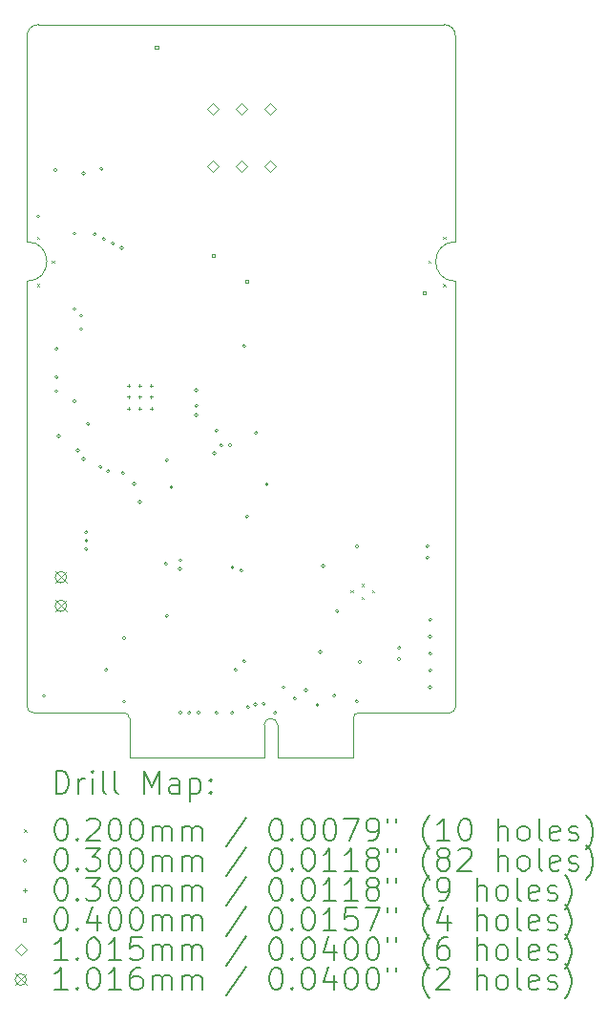
<source format=gbr>
%TF.GenerationSoftware,KiCad,Pcbnew,7.0.6*%
%TF.CreationDate,2023-08-17T07:35:33+09:30*%
%TF.ProjectId,spe-sink,7370652d-7369-46e6-9b2e-6b696361645f,V1.0*%
%TF.SameCoordinates,Original*%
%TF.FileFunction,Drillmap*%
%TF.FilePolarity,Positive*%
%FSLAX45Y45*%
G04 Gerber Fmt 4.5, Leading zero omitted, Abs format (unit mm)*
G04 Created by KiCad (PCBNEW 7.0.6) date 2023-08-17 07:35:33*
%MOMM*%
%LPD*%
G01*
G04 APERTURE LIST*
%ADD10C,0.100000*%
%ADD11C,0.200000*%
%ADD12C,0.020000*%
%ADD13C,0.030000*%
%ADD14C,0.040000*%
%ADD15C,0.101500*%
%ADD16C,0.101600*%
G04 APERTURE END LIST*
D10*
X10100000Y-3900000D02*
G75*
G03*
X10000000Y-4000000I0J-100000D01*
G01*
X12222500Y-10400000D02*
X12222500Y-10110000D01*
X10000000Y-9945000D02*
G75*
G03*
X10055000Y-10000000I55000J0D01*
G01*
X12942500Y-10000000D02*
X13750000Y-10000000D01*
X10907500Y-10400000D02*
X10907500Y-10050000D01*
X12942500Y-10000000D02*
G75*
G03*
X12892500Y-10050000I0J-50000D01*
G01*
X10100000Y-3900000D02*
X13700000Y-3900000D01*
X13800000Y-5825000D02*
X13800000Y-4000000D01*
X13800000Y-6175000D02*
X13800000Y-9950000D01*
X10000000Y-6175000D02*
X10000000Y-9945000D01*
X13750000Y-10000000D02*
G75*
G03*
X13800000Y-9950000I0J50000D01*
G01*
X12892500Y-10400000D02*
X12892500Y-10050000D01*
X10857500Y-10000000D02*
X10055000Y-10000000D01*
X12222500Y-10110000D02*
G75*
G03*
X12102500Y-10110000I-60000J0D01*
G01*
X13800000Y-5825000D02*
G75*
G03*
X13800000Y-6175000I0J-175000D01*
G01*
X12222500Y-10400000D02*
X12892500Y-10400000D01*
X10000000Y-5825000D02*
X10000000Y-4000000D01*
X10907500Y-10050000D02*
G75*
G03*
X10857500Y-10000000I-50000J0D01*
G01*
X12102500Y-10110000D02*
X12102500Y-10400000D01*
X12102500Y-10400000D02*
X10907500Y-10400000D01*
X13800000Y-4000000D02*
G75*
G03*
X13700000Y-3900000I-100000J0D01*
G01*
X10000000Y-6175000D02*
G75*
G03*
X10000000Y-5825000I0J175000D01*
G01*
D11*
D12*
X10090000Y-5780000D02*
X10110000Y-5800000D01*
X10110000Y-5780000D02*
X10090000Y-5800000D01*
X10090000Y-6200000D02*
X10110000Y-6220000D01*
X10110000Y-6200000D02*
X10090000Y-6220000D01*
X10220000Y-5990000D02*
X10240000Y-6010000D01*
X10240000Y-5990000D02*
X10220000Y-6010000D01*
X12870000Y-8915000D02*
X12890000Y-8935000D01*
X12890000Y-8915000D02*
X12870000Y-8935000D01*
X12965000Y-8857500D02*
X12985000Y-8877500D01*
X12985000Y-8857500D02*
X12965000Y-8877500D01*
X12965000Y-8972500D02*
X12985000Y-8992500D01*
X12985000Y-8972500D02*
X12965000Y-8992500D01*
X13060000Y-8915000D02*
X13080000Y-8935000D01*
X13080000Y-8915000D02*
X13060000Y-8935000D01*
X13560000Y-5990000D02*
X13580000Y-6010000D01*
X13580000Y-5990000D02*
X13560000Y-6010000D01*
X13690000Y-5780000D02*
X13710000Y-5800000D01*
X13710000Y-5780000D02*
X13690000Y-5800000D01*
X13690000Y-6200000D02*
X13710000Y-6220000D01*
X13710000Y-6200000D02*
X13690000Y-6220000D01*
D13*
X10115000Y-5600000D02*
G75*
G03*
X10115000Y-5600000I-15000J0D01*
G01*
X10165000Y-9850000D02*
G75*
G03*
X10165000Y-9850000I-15000J0D01*
G01*
X10265000Y-5190000D02*
G75*
G03*
X10265000Y-5190000I-15000J0D01*
G01*
X10275000Y-6775000D02*
G75*
G03*
X10275000Y-6775000I-15000J0D01*
G01*
X10275000Y-7025000D02*
G75*
G03*
X10275000Y-7025000I-15000J0D01*
G01*
X10275000Y-7150000D02*
G75*
G03*
X10275000Y-7150000I-15000J0D01*
G01*
X10295000Y-7547500D02*
G75*
G03*
X10295000Y-7547500I-15000J0D01*
G01*
X10435000Y-5752199D02*
G75*
G03*
X10435000Y-5752199I-15000J0D01*
G01*
X10435000Y-6420000D02*
G75*
G03*
X10435000Y-6420000I-15000J0D01*
G01*
X10435000Y-7240000D02*
G75*
G03*
X10435000Y-7240000I-15000J0D01*
G01*
X10465000Y-7675000D02*
G75*
G03*
X10465000Y-7675000I-15000J0D01*
G01*
X10495000Y-6480000D02*
G75*
G03*
X10495000Y-6480000I-15000J0D01*
G01*
X10495000Y-6600000D02*
G75*
G03*
X10495000Y-6600000I-15000J0D01*
G01*
X10515000Y-5220000D02*
G75*
G03*
X10515000Y-5220000I-15000J0D01*
G01*
X10515000Y-7750000D02*
G75*
G03*
X10515000Y-7750000I-15000J0D01*
G01*
X10540000Y-8400000D02*
G75*
G03*
X10540000Y-8400000I-15000J0D01*
G01*
X10540000Y-8475000D02*
G75*
G03*
X10540000Y-8475000I-15000J0D01*
G01*
X10540000Y-8550000D02*
G75*
G03*
X10540000Y-8550000I-15000J0D01*
G01*
X10555659Y-7440659D02*
G75*
G03*
X10555659Y-7440659I-15000J0D01*
G01*
X10615000Y-5760000D02*
G75*
G03*
X10615000Y-5760000I-15000J0D01*
G01*
X10665000Y-7820000D02*
G75*
G03*
X10665000Y-7820000I-15000J0D01*
G01*
X10675659Y-5179341D02*
G75*
G03*
X10675659Y-5179341I-15000J0D01*
G01*
X10695000Y-5800000D02*
G75*
G03*
X10695000Y-5800000I-15000J0D01*
G01*
X10715000Y-9620000D02*
G75*
G03*
X10715000Y-9620000I-15000J0D01*
G01*
X10734341Y-7859341D02*
G75*
G03*
X10734341Y-7859341I-15000J0D01*
G01*
X10775000Y-5840000D02*
G75*
G03*
X10775000Y-5840000I-15000J0D01*
G01*
X10855000Y-5880000D02*
G75*
G03*
X10855000Y-5880000I-15000J0D01*
G01*
X10865000Y-7875000D02*
G75*
G03*
X10865000Y-7875000I-15000J0D01*
G01*
X10875000Y-9340000D02*
G75*
G03*
X10875000Y-9340000I-15000J0D01*
G01*
X10875000Y-9900000D02*
G75*
G03*
X10875000Y-9900000I-15000J0D01*
G01*
X10965000Y-7970000D02*
G75*
G03*
X10965000Y-7970000I-15000J0D01*
G01*
X11015000Y-8130000D02*
G75*
G03*
X11015000Y-8130000I-15000J0D01*
G01*
X11245000Y-8680000D02*
G75*
G03*
X11245000Y-8680000I-15000J0D01*
G01*
X11255000Y-7760000D02*
G75*
G03*
X11255000Y-7760000I-15000J0D01*
G01*
X11255000Y-9140000D02*
G75*
G03*
X11255000Y-9140000I-15000J0D01*
G01*
X11295000Y-8000000D02*
G75*
G03*
X11295000Y-8000000I-15000J0D01*
G01*
X11372075Y-8725264D02*
G75*
G03*
X11372075Y-8725264I-15000J0D01*
G01*
X11375000Y-10000000D02*
G75*
G03*
X11375000Y-10000000I-15000J0D01*
G01*
X11375000Y-8650000D02*
G75*
G03*
X11375000Y-8650000I-15000J0D01*
G01*
X11454341Y-10000659D02*
G75*
G03*
X11454341Y-10000659I-15000J0D01*
G01*
X11515000Y-7140000D02*
G75*
G03*
X11515000Y-7140000I-15000J0D01*
G01*
X11515000Y-7360000D02*
G75*
G03*
X11515000Y-7360000I-15000J0D01*
G01*
X11517500Y-7277500D02*
G75*
G03*
X11517500Y-7277500I-15000J0D01*
G01*
X11535000Y-10000000D02*
G75*
G03*
X11535000Y-10000000I-15000J0D01*
G01*
X11674999Y-7700000D02*
G75*
G03*
X11674999Y-7700000I-15000J0D01*
G01*
X11695000Y-7500000D02*
G75*
G03*
X11695000Y-7500000I-15000J0D01*
G01*
X11695000Y-10000000D02*
G75*
G03*
X11695000Y-10000000I-15000J0D01*
G01*
X11735000Y-7630000D02*
G75*
G03*
X11735000Y-7630000I-15000J0D01*
G01*
X11815891Y-7626891D02*
G75*
G03*
X11815891Y-7626891I-15000J0D01*
G01*
X11835000Y-8712287D02*
G75*
G03*
X11835000Y-8712287I-15000J0D01*
G01*
X11835000Y-10000000D02*
G75*
G03*
X11835000Y-10000000I-15000J0D01*
G01*
X11865000Y-9620000D02*
G75*
G03*
X11865000Y-9620000I-15000J0D01*
G01*
X11915000Y-8740000D02*
G75*
G03*
X11915000Y-8740000I-15000J0D01*
G01*
X11939999Y-9542500D02*
G75*
G03*
X11939999Y-9542500I-15000J0D01*
G01*
X11940000Y-6750000D02*
G75*
G03*
X11940000Y-6750000I-15000J0D01*
G01*
X11965000Y-8260000D02*
G75*
G03*
X11965000Y-8260000I-15000J0D01*
G01*
X11972500Y-9950000D02*
G75*
G03*
X11972500Y-9950000I-15000J0D01*
G01*
X12039999Y-9925000D02*
G75*
G03*
X12039999Y-9925000I-15000J0D01*
G01*
X12045001Y-7520000D02*
G75*
G03*
X12045001Y-7520000I-15000J0D01*
G01*
X12115000Y-9920000D02*
G75*
G03*
X12115000Y-9920000I-15000J0D01*
G01*
X12140000Y-7975000D02*
G75*
G03*
X12140000Y-7975000I-15000J0D01*
G01*
X12215000Y-10000000D02*
G75*
G03*
X12215000Y-10000000I-15000J0D01*
G01*
X12290000Y-9775000D02*
G75*
G03*
X12290000Y-9775000I-15000J0D01*
G01*
X12390000Y-9875000D02*
G75*
G03*
X12390000Y-9875000I-15000J0D01*
G01*
X12490000Y-9800000D02*
G75*
G03*
X12490000Y-9800000I-15000J0D01*
G01*
X12590000Y-9932500D02*
G75*
G03*
X12590000Y-9932500I-15000J0D01*
G01*
X12615000Y-9460000D02*
G75*
G03*
X12615000Y-9460000I-15000J0D01*
G01*
X12640000Y-8700000D02*
G75*
G03*
X12640000Y-8700000I-15000J0D01*
G01*
X12740000Y-9850000D02*
G75*
G03*
X12740000Y-9850000I-15000J0D01*
G01*
X12765000Y-9100000D02*
G75*
G03*
X12765000Y-9100000I-15000J0D01*
G01*
X12940000Y-8525000D02*
G75*
G03*
X12940000Y-8525000I-15000J0D01*
G01*
X12940000Y-9900000D02*
G75*
G03*
X12940000Y-9900000I-15000J0D01*
G01*
X12965000Y-9550000D02*
G75*
G03*
X12965000Y-9550000I-15000J0D01*
G01*
X13315000Y-9425000D02*
G75*
G03*
X13315000Y-9425000I-15000J0D01*
G01*
X13315000Y-9525000D02*
G75*
G03*
X13315000Y-9525000I-15000J0D01*
G01*
X13565000Y-8525000D02*
G75*
G03*
X13565000Y-8525000I-15000J0D01*
G01*
X13565000Y-8625000D02*
G75*
G03*
X13565000Y-8625000I-15000J0D01*
G01*
X13590000Y-9175000D02*
G75*
G03*
X13590000Y-9175000I-15000J0D01*
G01*
X13590000Y-9325000D02*
G75*
G03*
X13590000Y-9325000I-15000J0D01*
G01*
X13590000Y-9475000D02*
G75*
G03*
X13590000Y-9475000I-15000J0D01*
G01*
X13590000Y-9625000D02*
G75*
G03*
X13590000Y-9625000I-15000J0D01*
G01*
X13590000Y-9775000D02*
G75*
G03*
X13590000Y-9775000I-15000J0D01*
G01*
X10900000Y-7085000D02*
X10900000Y-7115000D01*
X10885000Y-7100000D02*
X10915000Y-7100000D01*
X10900000Y-7185000D02*
X10900000Y-7215000D01*
X10885000Y-7200000D02*
X10915000Y-7200000D01*
X10900000Y-7287500D02*
X10900000Y-7317500D01*
X10885000Y-7302500D02*
X10915000Y-7302500D01*
X11000000Y-7085000D02*
X11000000Y-7115000D01*
X10985000Y-7100000D02*
X11015000Y-7100000D01*
X11000000Y-7185000D02*
X11000000Y-7215000D01*
X10985000Y-7200000D02*
X11015000Y-7200000D01*
X11000000Y-7287500D02*
X11000000Y-7317500D01*
X10985000Y-7302500D02*
X11015000Y-7302500D01*
X11100000Y-7085000D02*
X11100000Y-7115000D01*
X11085000Y-7100000D02*
X11115000Y-7100000D01*
X11100000Y-7185000D02*
X11100000Y-7215000D01*
X11085000Y-7200000D02*
X11115000Y-7200000D01*
X11102500Y-7287500D02*
X11102500Y-7317500D01*
X11087500Y-7302500D02*
X11117500Y-7302500D01*
D14*
X11163142Y-4113142D02*
X11163142Y-4084858D01*
X11134858Y-4084858D01*
X11134858Y-4113142D01*
X11163142Y-4113142D01*
X11664142Y-5964142D02*
X11664142Y-5935858D01*
X11635858Y-5935858D01*
X11635858Y-5964142D01*
X11664142Y-5964142D01*
X11964142Y-6189142D02*
X11964142Y-6160858D01*
X11935858Y-6160858D01*
X11935858Y-6189142D01*
X11964142Y-6189142D01*
X13539142Y-6289142D02*
X13539142Y-6260858D01*
X13510858Y-6260858D01*
X13510858Y-6289142D01*
X13539142Y-6289142D01*
D15*
X11646000Y-4700750D02*
X11696750Y-4650000D01*
X11646000Y-4599250D01*
X11595250Y-4650000D01*
X11646000Y-4700750D01*
X11646000Y-5208750D02*
X11696750Y-5158000D01*
X11646000Y-5107250D01*
X11595250Y-5158000D01*
X11646000Y-5208750D01*
X11900000Y-4700750D02*
X11950750Y-4650000D01*
X11900000Y-4599250D01*
X11849250Y-4650000D01*
X11900000Y-4700750D01*
X11900000Y-5208750D02*
X11950750Y-5158000D01*
X11900000Y-5107250D01*
X11849250Y-5158000D01*
X11900000Y-5208750D01*
X12154000Y-4700750D02*
X12204750Y-4650000D01*
X12154000Y-4599250D01*
X12103250Y-4650000D01*
X12154000Y-4700750D01*
X12154000Y-5208750D02*
X12204750Y-5158000D01*
X12154000Y-5107250D01*
X12103250Y-5158000D01*
X12154000Y-5208750D01*
D16*
X10249200Y-8747700D02*
X10350800Y-8849300D01*
X10350800Y-8747700D02*
X10249200Y-8849300D01*
X10350800Y-8798500D02*
G75*
G03*
X10350800Y-8798500I-50800J0D01*
G01*
X10249200Y-9001700D02*
X10350800Y-9103300D01*
X10350800Y-9001700D02*
X10249200Y-9103300D01*
X10350800Y-9052500D02*
G75*
G03*
X10350800Y-9052500I-50800J0D01*
G01*
D11*
X10255777Y-10716484D02*
X10255777Y-10516484D01*
X10255777Y-10516484D02*
X10303396Y-10516484D01*
X10303396Y-10516484D02*
X10331967Y-10526008D01*
X10331967Y-10526008D02*
X10351015Y-10545055D01*
X10351015Y-10545055D02*
X10360539Y-10564103D01*
X10360539Y-10564103D02*
X10370063Y-10602198D01*
X10370063Y-10602198D02*
X10370063Y-10630770D01*
X10370063Y-10630770D02*
X10360539Y-10668865D01*
X10360539Y-10668865D02*
X10351015Y-10687912D01*
X10351015Y-10687912D02*
X10331967Y-10706960D01*
X10331967Y-10706960D02*
X10303396Y-10716484D01*
X10303396Y-10716484D02*
X10255777Y-10716484D01*
X10455777Y-10716484D02*
X10455777Y-10583150D01*
X10455777Y-10621246D02*
X10465301Y-10602198D01*
X10465301Y-10602198D02*
X10474824Y-10592674D01*
X10474824Y-10592674D02*
X10493872Y-10583150D01*
X10493872Y-10583150D02*
X10512920Y-10583150D01*
X10579586Y-10716484D02*
X10579586Y-10583150D01*
X10579586Y-10516484D02*
X10570063Y-10526008D01*
X10570063Y-10526008D02*
X10579586Y-10535531D01*
X10579586Y-10535531D02*
X10589110Y-10526008D01*
X10589110Y-10526008D02*
X10579586Y-10516484D01*
X10579586Y-10516484D02*
X10579586Y-10535531D01*
X10703396Y-10716484D02*
X10684348Y-10706960D01*
X10684348Y-10706960D02*
X10674824Y-10687912D01*
X10674824Y-10687912D02*
X10674824Y-10516484D01*
X10808158Y-10716484D02*
X10789110Y-10706960D01*
X10789110Y-10706960D02*
X10779586Y-10687912D01*
X10779586Y-10687912D02*
X10779586Y-10516484D01*
X11036729Y-10716484D02*
X11036729Y-10516484D01*
X11036729Y-10516484D02*
X11103396Y-10659341D01*
X11103396Y-10659341D02*
X11170063Y-10516484D01*
X11170063Y-10516484D02*
X11170063Y-10716484D01*
X11351015Y-10716484D02*
X11351015Y-10611722D01*
X11351015Y-10611722D02*
X11341491Y-10592674D01*
X11341491Y-10592674D02*
X11322443Y-10583150D01*
X11322443Y-10583150D02*
X11284348Y-10583150D01*
X11284348Y-10583150D02*
X11265301Y-10592674D01*
X11351015Y-10706960D02*
X11331967Y-10716484D01*
X11331967Y-10716484D02*
X11284348Y-10716484D01*
X11284348Y-10716484D02*
X11265301Y-10706960D01*
X11265301Y-10706960D02*
X11255777Y-10687912D01*
X11255777Y-10687912D02*
X11255777Y-10668865D01*
X11255777Y-10668865D02*
X11265301Y-10649817D01*
X11265301Y-10649817D02*
X11284348Y-10640293D01*
X11284348Y-10640293D02*
X11331967Y-10640293D01*
X11331967Y-10640293D02*
X11351015Y-10630770D01*
X11446253Y-10583150D02*
X11446253Y-10783150D01*
X11446253Y-10592674D02*
X11465301Y-10583150D01*
X11465301Y-10583150D02*
X11503396Y-10583150D01*
X11503396Y-10583150D02*
X11522443Y-10592674D01*
X11522443Y-10592674D02*
X11531967Y-10602198D01*
X11531967Y-10602198D02*
X11541491Y-10621246D01*
X11541491Y-10621246D02*
X11541491Y-10678389D01*
X11541491Y-10678389D02*
X11531967Y-10697436D01*
X11531967Y-10697436D02*
X11522443Y-10706960D01*
X11522443Y-10706960D02*
X11503396Y-10716484D01*
X11503396Y-10716484D02*
X11465301Y-10716484D01*
X11465301Y-10716484D02*
X11446253Y-10706960D01*
X11627205Y-10697436D02*
X11636729Y-10706960D01*
X11636729Y-10706960D02*
X11627205Y-10716484D01*
X11627205Y-10716484D02*
X11617682Y-10706960D01*
X11617682Y-10706960D02*
X11627205Y-10697436D01*
X11627205Y-10697436D02*
X11627205Y-10716484D01*
X11627205Y-10592674D02*
X11636729Y-10602198D01*
X11636729Y-10602198D02*
X11627205Y-10611722D01*
X11627205Y-10611722D02*
X11617682Y-10602198D01*
X11617682Y-10602198D02*
X11627205Y-10592674D01*
X11627205Y-10592674D02*
X11627205Y-10611722D01*
D12*
X9975000Y-11035000D02*
X9995000Y-11055000D01*
X9995000Y-11035000D02*
X9975000Y-11055000D01*
D11*
X10293872Y-10936484D02*
X10312920Y-10936484D01*
X10312920Y-10936484D02*
X10331967Y-10946008D01*
X10331967Y-10946008D02*
X10341491Y-10955531D01*
X10341491Y-10955531D02*
X10351015Y-10974579D01*
X10351015Y-10974579D02*
X10360539Y-11012674D01*
X10360539Y-11012674D02*
X10360539Y-11060293D01*
X10360539Y-11060293D02*
X10351015Y-11098389D01*
X10351015Y-11098389D02*
X10341491Y-11117436D01*
X10341491Y-11117436D02*
X10331967Y-11126960D01*
X10331967Y-11126960D02*
X10312920Y-11136484D01*
X10312920Y-11136484D02*
X10293872Y-11136484D01*
X10293872Y-11136484D02*
X10274824Y-11126960D01*
X10274824Y-11126960D02*
X10265301Y-11117436D01*
X10265301Y-11117436D02*
X10255777Y-11098389D01*
X10255777Y-11098389D02*
X10246253Y-11060293D01*
X10246253Y-11060293D02*
X10246253Y-11012674D01*
X10246253Y-11012674D02*
X10255777Y-10974579D01*
X10255777Y-10974579D02*
X10265301Y-10955531D01*
X10265301Y-10955531D02*
X10274824Y-10946008D01*
X10274824Y-10946008D02*
X10293872Y-10936484D01*
X10446253Y-11117436D02*
X10455777Y-11126960D01*
X10455777Y-11126960D02*
X10446253Y-11136484D01*
X10446253Y-11136484D02*
X10436729Y-11126960D01*
X10436729Y-11126960D02*
X10446253Y-11117436D01*
X10446253Y-11117436D02*
X10446253Y-11136484D01*
X10531967Y-10955531D02*
X10541491Y-10946008D01*
X10541491Y-10946008D02*
X10560539Y-10936484D01*
X10560539Y-10936484D02*
X10608158Y-10936484D01*
X10608158Y-10936484D02*
X10627205Y-10946008D01*
X10627205Y-10946008D02*
X10636729Y-10955531D01*
X10636729Y-10955531D02*
X10646253Y-10974579D01*
X10646253Y-10974579D02*
X10646253Y-10993627D01*
X10646253Y-10993627D02*
X10636729Y-11022198D01*
X10636729Y-11022198D02*
X10522444Y-11136484D01*
X10522444Y-11136484D02*
X10646253Y-11136484D01*
X10770063Y-10936484D02*
X10789110Y-10936484D01*
X10789110Y-10936484D02*
X10808158Y-10946008D01*
X10808158Y-10946008D02*
X10817682Y-10955531D01*
X10817682Y-10955531D02*
X10827205Y-10974579D01*
X10827205Y-10974579D02*
X10836729Y-11012674D01*
X10836729Y-11012674D02*
X10836729Y-11060293D01*
X10836729Y-11060293D02*
X10827205Y-11098389D01*
X10827205Y-11098389D02*
X10817682Y-11117436D01*
X10817682Y-11117436D02*
X10808158Y-11126960D01*
X10808158Y-11126960D02*
X10789110Y-11136484D01*
X10789110Y-11136484D02*
X10770063Y-11136484D01*
X10770063Y-11136484D02*
X10751015Y-11126960D01*
X10751015Y-11126960D02*
X10741491Y-11117436D01*
X10741491Y-11117436D02*
X10731967Y-11098389D01*
X10731967Y-11098389D02*
X10722444Y-11060293D01*
X10722444Y-11060293D02*
X10722444Y-11012674D01*
X10722444Y-11012674D02*
X10731967Y-10974579D01*
X10731967Y-10974579D02*
X10741491Y-10955531D01*
X10741491Y-10955531D02*
X10751015Y-10946008D01*
X10751015Y-10946008D02*
X10770063Y-10936484D01*
X10960539Y-10936484D02*
X10979586Y-10936484D01*
X10979586Y-10936484D02*
X10998634Y-10946008D01*
X10998634Y-10946008D02*
X11008158Y-10955531D01*
X11008158Y-10955531D02*
X11017682Y-10974579D01*
X11017682Y-10974579D02*
X11027205Y-11012674D01*
X11027205Y-11012674D02*
X11027205Y-11060293D01*
X11027205Y-11060293D02*
X11017682Y-11098389D01*
X11017682Y-11098389D02*
X11008158Y-11117436D01*
X11008158Y-11117436D02*
X10998634Y-11126960D01*
X10998634Y-11126960D02*
X10979586Y-11136484D01*
X10979586Y-11136484D02*
X10960539Y-11136484D01*
X10960539Y-11136484D02*
X10941491Y-11126960D01*
X10941491Y-11126960D02*
X10931967Y-11117436D01*
X10931967Y-11117436D02*
X10922444Y-11098389D01*
X10922444Y-11098389D02*
X10912920Y-11060293D01*
X10912920Y-11060293D02*
X10912920Y-11012674D01*
X10912920Y-11012674D02*
X10922444Y-10974579D01*
X10922444Y-10974579D02*
X10931967Y-10955531D01*
X10931967Y-10955531D02*
X10941491Y-10946008D01*
X10941491Y-10946008D02*
X10960539Y-10936484D01*
X11112920Y-11136484D02*
X11112920Y-11003150D01*
X11112920Y-11022198D02*
X11122444Y-11012674D01*
X11122444Y-11012674D02*
X11141491Y-11003150D01*
X11141491Y-11003150D02*
X11170063Y-11003150D01*
X11170063Y-11003150D02*
X11189110Y-11012674D01*
X11189110Y-11012674D02*
X11198634Y-11031722D01*
X11198634Y-11031722D02*
X11198634Y-11136484D01*
X11198634Y-11031722D02*
X11208158Y-11012674D01*
X11208158Y-11012674D02*
X11227205Y-11003150D01*
X11227205Y-11003150D02*
X11255777Y-11003150D01*
X11255777Y-11003150D02*
X11274824Y-11012674D01*
X11274824Y-11012674D02*
X11284348Y-11031722D01*
X11284348Y-11031722D02*
X11284348Y-11136484D01*
X11379586Y-11136484D02*
X11379586Y-11003150D01*
X11379586Y-11022198D02*
X11389110Y-11012674D01*
X11389110Y-11012674D02*
X11408158Y-11003150D01*
X11408158Y-11003150D02*
X11436729Y-11003150D01*
X11436729Y-11003150D02*
X11455777Y-11012674D01*
X11455777Y-11012674D02*
X11465301Y-11031722D01*
X11465301Y-11031722D02*
X11465301Y-11136484D01*
X11465301Y-11031722D02*
X11474824Y-11012674D01*
X11474824Y-11012674D02*
X11493872Y-11003150D01*
X11493872Y-11003150D02*
X11522443Y-11003150D01*
X11522443Y-11003150D02*
X11541491Y-11012674D01*
X11541491Y-11012674D02*
X11551015Y-11031722D01*
X11551015Y-11031722D02*
X11551015Y-11136484D01*
X11941491Y-10926960D02*
X11770063Y-11184103D01*
X12198634Y-10936484D02*
X12217682Y-10936484D01*
X12217682Y-10936484D02*
X12236729Y-10946008D01*
X12236729Y-10946008D02*
X12246253Y-10955531D01*
X12246253Y-10955531D02*
X12255777Y-10974579D01*
X12255777Y-10974579D02*
X12265301Y-11012674D01*
X12265301Y-11012674D02*
X12265301Y-11060293D01*
X12265301Y-11060293D02*
X12255777Y-11098389D01*
X12255777Y-11098389D02*
X12246253Y-11117436D01*
X12246253Y-11117436D02*
X12236729Y-11126960D01*
X12236729Y-11126960D02*
X12217682Y-11136484D01*
X12217682Y-11136484D02*
X12198634Y-11136484D01*
X12198634Y-11136484D02*
X12179586Y-11126960D01*
X12179586Y-11126960D02*
X12170063Y-11117436D01*
X12170063Y-11117436D02*
X12160539Y-11098389D01*
X12160539Y-11098389D02*
X12151015Y-11060293D01*
X12151015Y-11060293D02*
X12151015Y-11012674D01*
X12151015Y-11012674D02*
X12160539Y-10974579D01*
X12160539Y-10974579D02*
X12170063Y-10955531D01*
X12170063Y-10955531D02*
X12179586Y-10946008D01*
X12179586Y-10946008D02*
X12198634Y-10936484D01*
X12351015Y-11117436D02*
X12360539Y-11126960D01*
X12360539Y-11126960D02*
X12351015Y-11136484D01*
X12351015Y-11136484D02*
X12341491Y-11126960D01*
X12341491Y-11126960D02*
X12351015Y-11117436D01*
X12351015Y-11117436D02*
X12351015Y-11136484D01*
X12484348Y-10936484D02*
X12503396Y-10936484D01*
X12503396Y-10936484D02*
X12522444Y-10946008D01*
X12522444Y-10946008D02*
X12531967Y-10955531D01*
X12531967Y-10955531D02*
X12541491Y-10974579D01*
X12541491Y-10974579D02*
X12551015Y-11012674D01*
X12551015Y-11012674D02*
X12551015Y-11060293D01*
X12551015Y-11060293D02*
X12541491Y-11098389D01*
X12541491Y-11098389D02*
X12531967Y-11117436D01*
X12531967Y-11117436D02*
X12522444Y-11126960D01*
X12522444Y-11126960D02*
X12503396Y-11136484D01*
X12503396Y-11136484D02*
X12484348Y-11136484D01*
X12484348Y-11136484D02*
X12465301Y-11126960D01*
X12465301Y-11126960D02*
X12455777Y-11117436D01*
X12455777Y-11117436D02*
X12446253Y-11098389D01*
X12446253Y-11098389D02*
X12436729Y-11060293D01*
X12436729Y-11060293D02*
X12436729Y-11012674D01*
X12436729Y-11012674D02*
X12446253Y-10974579D01*
X12446253Y-10974579D02*
X12455777Y-10955531D01*
X12455777Y-10955531D02*
X12465301Y-10946008D01*
X12465301Y-10946008D02*
X12484348Y-10936484D01*
X12674825Y-10936484D02*
X12693872Y-10936484D01*
X12693872Y-10936484D02*
X12712920Y-10946008D01*
X12712920Y-10946008D02*
X12722444Y-10955531D01*
X12722444Y-10955531D02*
X12731967Y-10974579D01*
X12731967Y-10974579D02*
X12741491Y-11012674D01*
X12741491Y-11012674D02*
X12741491Y-11060293D01*
X12741491Y-11060293D02*
X12731967Y-11098389D01*
X12731967Y-11098389D02*
X12722444Y-11117436D01*
X12722444Y-11117436D02*
X12712920Y-11126960D01*
X12712920Y-11126960D02*
X12693872Y-11136484D01*
X12693872Y-11136484D02*
X12674825Y-11136484D01*
X12674825Y-11136484D02*
X12655777Y-11126960D01*
X12655777Y-11126960D02*
X12646253Y-11117436D01*
X12646253Y-11117436D02*
X12636729Y-11098389D01*
X12636729Y-11098389D02*
X12627206Y-11060293D01*
X12627206Y-11060293D02*
X12627206Y-11012674D01*
X12627206Y-11012674D02*
X12636729Y-10974579D01*
X12636729Y-10974579D02*
X12646253Y-10955531D01*
X12646253Y-10955531D02*
X12655777Y-10946008D01*
X12655777Y-10946008D02*
X12674825Y-10936484D01*
X12808158Y-10936484D02*
X12941491Y-10936484D01*
X12941491Y-10936484D02*
X12855777Y-11136484D01*
X13027206Y-11136484D02*
X13065301Y-11136484D01*
X13065301Y-11136484D02*
X13084348Y-11126960D01*
X13084348Y-11126960D02*
X13093872Y-11117436D01*
X13093872Y-11117436D02*
X13112920Y-11088865D01*
X13112920Y-11088865D02*
X13122444Y-11050770D01*
X13122444Y-11050770D02*
X13122444Y-10974579D01*
X13122444Y-10974579D02*
X13112920Y-10955531D01*
X13112920Y-10955531D02*
X13103396Y-10946008D01*
X13103396Y-10946008D02*
X13084348Y-10936484D01*
X13084348Y-10936484D02*
X13046253Y-10936484D01*
X13046253Y-10936484D02*
X13027206Y-10946008D01*
X13027206Y-10946008D02*
X13017682Y-10955531D01*
X13017682Y-10955531D02*
X13008158Y-10974579D01*
X13008158Y-10974579D02*
X13008158Y-11022198D01*
X13008158Y-11022198D02*
X13017682Y-11041246D01*
X13017682Y-11041246D02*
X13027206Y-11050770D01*
X13027206Y-11050770D02*
X13046253Y-11060293D01*
X13046253Y-11060293D02*
X13084348Y-11060293D01*
X13084348Y-11060293D02*
X13103396Y-11050770D01*
X13103396Y-11050770D02*
X13112920Y-11041246D01*
X13112920Y-11041246D02*
X13122444Y-11022198D01*
X13198634Y-10936484D02*
X13198634Y-10974579D01*
X13274825Y-10936484D02*
X13274825Y-10974579D01*
X13570063Y-11212674D02*
X13560539Y-11203150D01*
X13560539Y-11203150D02*
X13541491Y-11174579D01*
X13541491Y-11174579D02*
X13531968Y-11155531D01*
X13531968Y-11155531D02*
X13522444Y-11126960D01*
X13522444Y-11126960D02*
X13512920Y-11079341D01*
X13512920Y-11079341D02*
X13512920Y-11041246D01*
X13512920Y-11041246D02*
X13522444Y-10993627D01*
X13522444Y-10993627D02*
X13531968Y-10965055D01*
X13531968Y-10965055D02*
X13541491Y-10946008D01*
X13541491Y-10946008D02*
X13560539Y-10917436D01*
X13560539Y-10917436D02*
X13570063Y-10907912D01*
X13751015Y-11136484D02*
X13636729Y-11136484D01*
X13693872Y-11136484D02*
X13693872Y-10936484D01*
X13693872Y-10936484D02*
X13674825Y-10965055D01*
X13674825Y-10965055D02*
X13655777Y-10984103D01*
X13655777Y-10984103D02*
X13636729Y-10993627D01*
X13874825Y-10936484D02*
X13893872Y-10936484D01*
X13893872Y-10936484D02*
X13912920Y-10946008D01*
X13912920Y-10946008D02*
X13922444Y-10955531D01*
X13922444Y-10955531D02*
X13931968Y-10974579D01*
X13931968Y-10974579D02*
X13941491Y-11012674D01*
X13941491Y-11012674D02*
X13941491Y-11060293D01*
X13941491Y-11060293D02*
X13931968Y-11098389D01*
X13931968Y-11098389D02*
X13922444Y-11117436D01*
X13922444Y-11117436D02*
X13912920Y-11126960D01*
X13912920Y-11126960D02*
X13893872Y-11136484D01*
X13893872Y-11136484D02*
X13874825Y-11136484D01*
X13874825Y-11136484D02*
X13855777Y-11126960D01*
X13855777Y-11126960D02*
X13846253Y-11117436D01*
X13846253Y-11117436D02*
X13836729Y-11098389D01*
X13836729Y-11098389D02*
X13827206Y-11060293D01*
X13827206Y-11060293D02*
X13827206Y-11012674D01*
X13827206Y-11012674D02*
X13836729Y-10974579D01*
X13836729Y-10974579D02*
X13846253Y-10955531D01*
X13846253Y-10955531D02*
X13855777Y-10946008D01*
X13855777Y-10946008D02*
X13874825Y-10936484D01*
X14179587Y-11136484D02*
X14179587Y-10936484D01*
X14265301Y-11136484D02*
X14265301Y-11031722D01*
X14265301Y-11031722D02*
X14255777Y-11012674D01*
X14255777Y-11012674D02*
X14236730Y-11003150D01*
X14236730Y-11003150D02*
X14208158Y-11003150D01*
X14208158Y-11003150D02*
X14189110Y-11012674D01*
X14189110Y-11012674D02*
X14179587Y-11022198D01*
X14389110Y-11136484D02*
X14370063Y-11126960D01*
X14370063Y-11126960D02*
X14360539Y-11117436D01*
X14360539Y-11117436D02*
X14351015Y-11098389D01*
X14351015Y-11098389D02*
X14351015Y-11041246D01*
X14351015Y-11041246D02*
X14360539Y-11022198D01*
X14360539Y-11022198D02*
X14370063Y-11012674D01*
X14370063Y-11012674D02*
X14389110Y-11003150D01*
X14389110Y-11003150D02*
X14417682Y-11003150D01*
X14417682Y-11003150D02*
X14436730Y-11012674D01*
X14436730Y-11012674D02*
X14446253Y-11022198D01*
X14446253Y-11022198D02*
X14455777Y-11041246D01*
X14455777Y-11041246D02*
X14455777Y-11098389D01*
X14455777Y-11098389D02*
X14446253Y-11117436D01*
X14446253Y-11117436D02*
X14436730Y-11126960D01*
X14436730Y-11126960D02*
X14417682Y-11136484D01*
X14417682Y-11136484D02*
X14389110Y-11136484D01*
X14570063Y-11136484D02*
X14551015Y-11126960D01*
X14551015Y-11126960D02*
X14541491Y-11107912D01*
X14541491Y-11107912D02*
X14541491Y-10936484D01*
X14722444Y-11126960D02*
X14703396Y-11136484D01*
X14703396Y-11136484D02*
X14665301Y-11136484D01*
X14665301Y-11136484D02*
X14646253Y-11126960D01*
X14646253Y-11126960D02*
X14636730Y-11107912D01*
X14636730Y-11107912D02*
X14636730Y-11031722D01*
X14636730Y-11031722D02*
X14646253Y-11012674D01*
X14646253Y-11012674D02*
X14665301Y-11003150D01*
X14665301Y-11003150D02*
X14703396Y-11003150D01*
X14703396Y-11003150D02*
X14722444Y-11012674D01*
X14722444Y-11012674D02*
X14731968Y-11031722D01*
X14731968Y-11031722D02*
X14731968Y-11050770D01*
X14731968Y-11050770D02*
X14636730Y-11069817D01*
X14808158Y-11126960D02*
X14827206Y-11136484D01*
X14827206Y-11136484D02*
X14865301Y-11136484D01*
X14865301Y-11136484D02*
X14884349Y-11126960D01*
X14884349Y-11126960D02*
X14893872Y-11107912D01*
X14893872Y-11107912D02*
X14893872Y-11098389D01*
X14893872Y-11098389D02*
X14884349Y-11079341D01*
X14884349Y-11079341D02*
X14865301Y-11069817D01*
X14865301Y-11069817D02*
X14836730Y-11069817D01*
X14836730Y-11069817D02*
X14817682Y-11060293D01*
X14817682Y-11060293D02*
X14808158Y-11041246D01*
X14808158Y-11041246D02*
X14808158Y-11031722D01*
X14808158Y-11031722D02*
X14817682Y-11012674D01*
X14817682Y-11012674D02*
X14836730Y-11003150D01*
X14836730Y-11003150D02*
X14865301Y-11003150D01*
X14865301Y-11003150D02*
X14884349Y-11012674D01*
X14960539Y-11212674D02*
X14970063Y-11203150D01*
X14970063Y-11203150D02*
X14989111Y-11174579D01*
X14989111Y-11174579D02*
X14998634Y-11155531D01*
X14998634Y-11155531D02*
X15008158Y-11126960D01*
X15008158Y-11126960D02*
X15017682Y-11079341D01*
X15017682Y-11079341D02*
X15017682Y-11041246D01*
X15017682Y-11041246D02*
X15008158Y-10993627D01*
X15008158Y-10993627D02*
X14998634Y-10965055D01*
X14998634Y-10965055D02*
X14989111Y-10946008D01*
X14989111Y-10946008D02*
X14970063Y-10917436D01*
X14970063Y-10917436D02*
X14960539Y-10907912D01*
D13*
X9995000Y-11309000D02*
G75*
G03*
X9995000Y-11309000I-15000J0D01*
G01*
D11*
X10293872Y-11200484D02*
X10312920Y-11200484D01*
X10312920Y-11200484D02*
X10331967Y-11210008D01*
X10331967Y-11210008D02*
X10341491Y-11219531D01*
X10341491Y-11219531D02*
X10351015Y-11238579D01*
X10351015Y-11238579D02*
X10360539Y-11276674D01*
X10360539Y-11276674D02*
X10360539Y-11324293D01*
X10360539Y-11324293D02*
X10351015Y-11362388D01*
X10351015Y-11362388D02*
X10341491Y-11381436D01*
X10341491Y-11381436D02*
X10331967Y-11390960D01*
X10331967Y-11390960D02*
X10312920Y-11400484D01*
X10312920Y-11400484D02*
X10293872Y-11400484D01*
X10293872Y-11400484D02*
X10274824Y-11390960D01*
X10274824Y-11390960D02*
X10265301Y-11381436D01*
X10265301Y-11381436D02*
X10255777Y-11362388D01*
X10255777Y-11362388D02*
X10246253Y-11324293D01*
X10246253Y-11324293D02*
X10246253Y-11276674D01*
X10246253Y-11276674D02*
X10255777Y-11238579D01*
X10255777Y-11238579D02*
X10265301Y-11219531D01*
X10265301Y-11219531D02*
X10274824Y-11210008D01*
X10274824Y-11210008D02*
X10293872Y-11200484D01*
X10446253Y-11381436D02*
X10455777Y-11390960D01*
X10455777Y-11390960D02*
X10446253Y-11400484D01*
X10446253Y-11400484D02*
X10436729Y-11390960D01*
X10436729Y-11390960D02*
X10446253Y-11381436D01*
X10446253Y-11381436D02*
X10446253Y-11400484D01*
X10522444Y-11200484D02*
X10646253Y-11200484D01*
X10646253Y-11200484D02*
X10579586Y-11276674D01*
X10579586Y-11276674D02*
X10608158Y-11276674D01*
X10608158Y-11276674D02*
X10627205Y-11286198D01*
X10627205Y-11286198D02*
X10636729Y-11295722D01*
X10636729Y-11295722D02*
X10646253Y-11314769D01*
X10646253Y-11314769D02*
X10646253Y-11362388D01*
X10646253Y-11362388D02*
X10636729Y-11381436D01*
X10636729Y-11381436D02*
X10627205Y-11390960D01*
X10627205Y-11390960D02*
X10608158Y-11400484D01*
X10608158Y-11400484D02*
X10551015Y-11400484D01*
X10551015Y-11400484D02*
X10531967Y-11390960D01*
X10531967Y-11390960D02*
X10522444Y-11381436D01*
X10770063Y-11200484D02*
X10789110Y-11200484D01*
X10789110Y-11200484D02*
X10808158Y-11210008D01*
X10808158Y-11210008D02*
X10817682Y-11219531D01*
X10817682Y-11219531D02*
X10827205Y-11238579D01*
X10827205Y-11238579D02*
X10836729Y-11276674D01*
X10836729Y-11276674D02*
X10836729Y-11324293D01*
X10836729Y-11324293D02*
X10827205Y-11362388D01*
X10827205Y-11362388D02*
X10817682Y-11381436D01*
X10817682Y-11381436D02*
X10808158Y-11390960D01*
X10808158Y-11390960D02*
X10789110Y-11400484D01*
X10789110Y-11400484D02*
X10770063Y-11400484D01*
X10770063Y-11400484D02*
X10751015Y-11390960D01*
X10751015Y-11390960D02*
X10741491Y-11381436D01*
X10741491Y-11381436D02*
X10731967Y-11362388D01*
X10731967Y-11362388D02*
X10722444Y-11324293D01*
X10722444Y-11324293D02*
X10722444Y-11276674D01*
X10722444Y-11276674D02*
X10731967Y-11238579D01*
X10731967Y-11238579D02*
X10741491Y-11219531D01*
X10741491Y-11219531D02*
X10751015Y-11210008D01*
X10751015Y-11210008D02*
X10770063Y-11200484D01*
X10960539Y-11200484D02*
X10979586Y-11200484D01*
X10979586Y-11200484D02*
X10998634Y-11210008D01*
X10998634Y-11210008D02*
X11008158Y-11219531D01*
X11008158Y-11219531D02*
X11017682Y-11238579D01*
X11017682Y-11238579D02*
X11027205Y-11276674D01*
X11027205Y-11276674D02*
X11027205Y-11324293D01*
X11027205Y-11324293D02*
X11017682Y-11362388D01*
X11017682Y-11362388D02*
X11008158Y-11381436D01*
X11008158Y-11381436D02*
X10998634Y-11390960D01*
X10998634Y-11390960D02*
X10979586Y-11400484D01*
X10979586Y-11400484D02*
X10960539Y-11400484D01*
X10960539Y-11400484D02*
X10941491Y-11390960D01*
X10941491Y-11390960D02*
X10931967Y-11381436D01*
X10931967Y-11381436D02*
X10922444Y-11362388D01*
X10922444Y-11362388D02*
X10912920Y-11324293D01*
X10912920Y-11324293D02*
X10912920Y-11276674D01*
X10912920Y-11276674D02*
X10922444Y-11238579D01*
X10922444Y-11238579D02*
X10931967Y-11219531D01*
X10931967Y-11219531D02*
X10941491Y-11210008D01*
X10941491Y-11210008D02*
X10960539Y-11200484D01*
X11112920Y-11400484D02*
X11112920Y-11267150D01*
X11112920Y-11286198D02*
X11122444Y-11276674D01*
X11122444Y-11276674D02*
X11141491Y-11267150D01*
X11141491Y-11267150D02*
X11170063Y-11267150D01*
X11170063Y-11267150D02*
X11189110Y-11276674D01*
X11189110Y-11276674D02*
X11198634Y-11295722D01*
X11198634Y-11295722D02*
X11198634Y-11400484D01*
X11198634Y-11295722D02*
X11208158Y-11276674D01*
X11208158Y-11276674D02*
X11227205Y-11267150D01*
X11227205Y-11267150D02*
X11255777Y-11267150D01*
X11255777Y-11267150D02*
X11274824Y-11276674D01*
X11274824Y-11276674D02*
X11284348Y-11295722D01*
X11284348Y-11295722D02*
X11284348Y-11400484D01*
X11379586Y-11400484D02*
X11379586Y-11267150D01*
X11379586Y-11286198D02*
X11389110Y-11276674D01*
X11389110Y-11276674D02*
X11408158Y-11267150D01*
X11408158Y-11267150D02*
X11436729Y-11267150D01*
X11436729Y-11267150D02*
X11455777Y-11276674D01*
X11455777Y-11276674D02*
X11465301Y-11295722D01*
X11465301Y-11295722D02*
X11465301Y-11400484D01*
X11465301Y-11295722D02*
X11474824Y-11276674D01*
X11474824Y-11276674D02*
X11493872Y-11267150D01*
X11493872Y-11267150D02*
X11522443Y-11267150D01*
X11522443Y-11267150D02*
X11541491Y-11276674D01*
X11541491Y-11276674D02*
X11551015Y-11295722D01*
X11551015Y-11295722D02*
X11551015Y-11400484D01*
X11941491Y-11190960D02*
X11770063Y-11448103D01*
X12198634Y-11200484D02*
X12217682Y-11200484D01*
X12217682Y-11200484D02*
X12236729Y-11210008D01*
X12236729Y-11210008D02*
X12246253Y-11219531D01*
X12246253Y-11219531D02*
X12255777Y-11238579D01*
X12255777Y-11238579D02*
X12265301Y-11276674D01*
X12265301Y-11276674D02*
X12265301Y-11324293D01*
X12265301Y-11324293D02*
X12255777Y-11362388D01*
X12255777Y-11362388D02*
X12246253Y-11381436D01*
X12246253Y-11381436D02*
X12236729Y-11390960D01*
X12236729Y-11390960D02*
X12217682Y-11400484D01*
X12217682Y-11400484D02*
X12198634Y-11400484D01*
X12198634Y-11400484D02*
X12179586Y-11390960D01*
X12179586Y-11390960D02*
X12170063Y-11381436D01*
X12170063Y-11381436D02*
X12160539Y-11362388D01*
X12160539Y-11362388D02*
X12151015Y-11324293D01*
X12151015Y-11324293D02*
X12151015Y-11276674D01*
X12151015Y-11276674D02*
X12160539Y-11238579D01*
X12160539Y-11238579D02*
X12170063Y-11219531D01*
X12170063Y-11219531D02*
X12179586Y-11210008D01*
X12179586Y-11210008D02*
X12198634Y-11200484D01*
X12351015Y-11381436D02*
X12360539Y-11390960D01*
X12360539Y-11390960D02*
X12351015Y-11400484D01*
X12351015Y-11400484D02*
X12341491Y-11390960D01*
X12341491Y-11390960D02*
X12351015Y-11381436D01*
X12351015Y-11381436D02*
X12351015Y-11400484D01*
X12484348Y-11200484D02*
X12503396Y-11200484D01*
X12503396Y-11200484D02*
X12522444Y-11210008D01*
X12522444Y-11210008D02*
X12531967Y-11219531D01*
X12531967Y-11219531D02*
X12541491Y-11238579D01*
X12541491Y-11238579D02*
X12551015Y-11276674D01*
X12551015Y-11276674D02*
X12551015Y-11324293D01*
X12551015Y-11324293D02*
X12541491Y-11362388D01*
X12541491Y-11362388D02*
X12531967Y-11381436D01*
X12531967Y-11381436D02*
X12522444Y-11390960D01*
X12522444Y-11390960D02*
X12503396Y-11400484D01*
X12503396Y-11400484D02*
X12484348Y-11400484D01*
X12484348Y-11400484D02*
X12465301Y-11390960D01*
X12465301Y-11390960D02*
X12455777Y-11381436D01*
X12455777Y-11381436D02*
X12446253Y-11362388D01*
X12446253Y-11362388D02*
X12436729Y-11324293D01*
X12436729Y-11324293D02*
X12436729Y-11276674D01*
X12436729Y-11276674D02*
X12446253Y-11238579D01*
X12446253Y-11238579D02*
X12455777Y-11219531D01*
X12455777Y-11219531D02*
X12465301Y-11210008D01*
X12465301Y-11210008D02*
X12484348Y-11200484D01*
X12741491Y-11400484D02*
X12627206Y-11400484D01*
X12684348Y-11400484D02*
X12684348Y-11200484D01*
X12684348Y-11200484D02*
X12665301Y-11229055D01*
X12665301Y-11229055D02*
X12646253Y-11248103D01*
X12646253Y-11248103D02*
X12627206Y-11257627D01*
X12931967Y-11400484D02*
X12817682Y-11400484D01*
X12874825Y-11400484D02*
X12874825Y-11200484D01*
X12874825Y-11200484D02*
X12855777Y-11229055D01*
X12855777Y-11229055D02*
X12836729Y-11248103D01*
X12836729Y-11248103D02*
X12817682Y-11257627D01*
X13046253Y-11286198D02*
X13027206Y-11276674D01*
X13027206Y-11276674D02*
X13017682Y-11267150D01*
X13017682Y-11267150D02*
X13008158Y-11248103D01*
X13008158Y-11248103D02*
X13008158Y-11238579D01*
X13008158Y-11238579D02*
X13017682Y-11219531D01*
X13017682Y-11219531D02*
X13027206Y-11210008D01*
X13027206Y-11210008D02*
X13046253Y-11200484D01*
X13046253Y-11200484D02*
X13084348Y-11200484D01*
X13084348Y-11200484D02*
X13103396Y-11210008D01*
X13103396Y-11210008D02*
X13112920Y-11219531D01*
X13112920Y-11219531D02*
X13122444Y-11238579D01*
X13122444Y-11238579D02*
X13122444Y-11248103D01*
X13122444Y-11248103D02*
X13112920Y-11267150D01*
X13112920Y-11267150D02*
X13103396Y-11276674D01*
X13103396Y-11276674D02*
X13084348Y-11286198D01*
X13084348Y-11286198D02*
X13046253Y-11286198D01*
X13046253Y-11286198D02*
X13027206Y-11295722D01*
X13027206Y-11295722D02*
X13017682Y-11305246D01*
X13017682Y-11305246D02*
X13008158Y-11324293D01*
X13008158Y-11324293D02*
X13008158Y-11362388D01*
X13008158Y-11362388D02*
X13017682Y-11381436D01*
X13017682Y-11381436D02*
X13027206Y-11390960D01*
X13027206Y-11390960D02*
X13046253Y-11400484D01*
X13046253Y-11400484D02*
X13084348Y-11400484D01*
X13084348Y-11400484D02*
X13103396Y-11390960D01*
X13103396Y-11390960D02*
X13112920Y-11381436D01*
X13112920Y-11381436D02*
X13122444Y-11362388D01*
X13122444Y-11362388D02*
X13122444Y-11324293D01*
X13122444Y-11324293D02*
X13112920Y-11305246D01*
X13112920Y-11305246D02*
X13103396Y-11295722D01*
X13103396Y-11295722D02*
X13084348Y-11286198D01*
X13198634Y-11200484D02*
X13198634Y-11238579D01*
X13274825Y-11200484D02*
X13274825Y-11238579D01*
X13570063Y-11476674D02*
X13560539Y-11467150D01*
X13560539Y-11467150D02*
X13541491Y-11438579D01*
X13541491Y-11438579D02*
X13531968Y-11419531D01*
X13531968Y-11419531D02*
X13522444Y-11390960D01*
X13522444Y-11390960D02*
X13512920Y-11343341D01*
X13512920Y-11343341D02*
X13512920Y-11305246D01*
X13512920Y-11305246D02*
X13522444Y-11257627D01*
X13522444Y-11257627D02*
X13531968Y-11229055D01*
X13531968Y-11229055D02*
X13541491Y-11210008D01*
X13541491Y-11210008D02*
X13560539Y-11181436D01*
X13560539Y-11181436D02*
X13570063Y-11171912D01*
X13674825Y-11286198D02*
X13655777Y-11276674D01*
X13655777Y-11276674D02*
X13646253Y-11267150D01*
X13646253Y-11267150D02*
X13636729Y-11248103D01*
X13636729Y-11248103D02*
X13636729Y-11238579D01*
X13636729Y-11238579D02*
X13646253Y-11219531D01*
X13646253Y-11219531D02*
X13655777Y-11210008D01*
X13655777Y-11210008D02*
X13674825Y-11200484D01*
X13674825Y-11200484D02*
X13712920Y-11200484D01*
X13712920Y-11200484D02*
X13731968Y-11210008D01*
X13731968Y-11210008D02*
X13741491Y-11219531D01*
X13741491Y-11219531D02*
X13751015Y-11238579D01*
X13751015Y-11238579D02*
X13751015Y-11248103D01*
X13751015Y-11248103D02*
X13741491Y-11267150D01*
X13741491Y-11267150D02*
X13731968Y-11276674D01*
X13731968Y-11276674D02*
X13712920Y-11286198D01*
X13712920Y-11286198D02*
X13674825Y-11286198D01*
X13674825Y-11286198D02*
X13655777Y-11295722D01*
X13655777Y-11295722D02*
X13646253Y-11305246D01*
X13646253Y-11305246D02*
X13636729Y-11324293D01*
X13636729Y-11324293D02*
X13636729Y-11362388D01*
X13636729Y-11362388D02*
X13646253Y-11381436D01*
X13646253Y-11381436D02*
X13655777Y-11390960D01*
X13655777Y-11390960D02*
X13674825Y-11400484D01*
X13674825Y-11400484D02*
X13712920Y-11400484D01*
X13712920Y-11400484D02*
X13731968Y-11390960D01*
X13731968Y-11390960D02*
X13741491Y-11381436D01*
X13741491Y-11381436D02*
X13751015Y-11362388D01*
X13751015Y-11362388D02*
X13751015Y-11324293D01*
X13751015Y-11324293D02*
X13741491Y-11305246D01*
X13741491Y-11305246D02*
X13731968Y-11295722D01*
X13731968Y-11295722D02*
X13712920Y-11286198D01*
X13827206Y-11219531D02*
X13836729Y-11210008D01*
X13836729Y-11210008D02*
X13855777Y-11200484D01*
X13855777Y-11200484D02*
X13903396Y-11200484D01*
X13903396Y-11200484D02*
X13922444Y-11210008D01*
X13922444Y-11210008D02*
X13931968Y-11219531D01*
X13931968Y-11219531D02*
X13941491Y-11238579D01*
X13941491Y-11238579D02*
X13941491Y-11257627D01*
X13941491Y-11257627D02*
X13931968Y-11286198D01*
X13931968Y-11286198D02*
X13817682Y-11400484D01*
X13817682Y-11400484D02*
X13941491Y-11400484D01*
X14179587Y-11400484D02*
X14179587Y-11200484D01*
X14265301Y-11400484D02*
X14265301Y-11295722D01*
X14265301Y-11295722D02*
X14255777Y-11276674D01*
X14255777Y-11276674D02*
X14236730Y-11267150D01*
X14236730Y-11267150D02*
X14208158Y-11267150D01*
X14208158Y-11267150D02*
X14189110Y-11276674D01*
X14189110Y-11276674D02*
X14179587Y-11286198D01*
X14389110Y-11400484D02*
X14370063Y-11390960D01*
X14370063Y-11390960D02*
X14360539Y-11381436D01*
X14360539Y-11381436D02*
X14351015Y-11362388D01*
X14351015Y-11362388D02*
X14351015Y-11305246D01*
X14351015Y-11305246D02*
X14360539Y-11286198D01*
X14360539Y-11286198D02*
X14370063Y-11276674D01*
X14370063Y-11276674D02*
X14389110Y-11267150D01*
X14389110Y-11267150D02*
X14417682Y-11267150D01*
X14417682Y-11267150D02*
X14436730Y-11276674D01*
X14436730Y-11276674D02*
X14446253Y-11286198D01*
X14446253Y-11286198D02*
X14455777Y-11305246D01*
X14455777Y-11305246D02*
X14455777Y-11362388D01*
X14455777Y-11362388D02*
X14446253Y-11381436D01*
X14446253Y-11381436D02*
X14436730Y-11390960D01*
X14436730Y-11390960D02*
X14417682Y-11400484D01*
X14417682Y-11400484D02*
X14389110Y-11400484D01*
X14570063Y-11400484D02*
X14551015Y-11390960D01*
X14551015Y-11390960D02*
X14541491Y-11371912D01*
X14541491Y-11371912D02*
X14541491Y-11200484D01*
X14722444Y-11390960D02*
X14703396Y-11400484D01*
X14703396Y-11400484D02*
X14665301Y-11400484D01*
X14665301Y-11400484D02*
X14646253Y-11390960D01*
X14646253Y-11390960D02*
X14636730Y-11371912D01*
X14636730Y-11371912D02*
X14636730Y-11295722D01*
X14636730Y-11295722D02*
X14646253Y-11276674D01*
X14646253Y-11276674D02*
X14665301Y-11267150D01*
X14665301Y-11267150D02*
X14703396Y-11267150D01*
X14703396Y-11267150D02*
X14722444Y-11276674D01*
X14722444Y-11276674D02*
X14731968Y-11295722D01*
X14731968Y-11295722D02*
X14731968Y-11314769D01*
X14731968Y-11314769D02*
X14636730Y-11333817D01*
X14808158Y-11390960D02*
X14827206Y-11400484D01*
X14827206Y-11400484D02*
X14865301Y-11400484D01*
X14865301Y-11400484D02*
X14884349Y-11390960D01*
X14884349Y-11390960D02*
X14893872Y-11371912D01*
X14893872Y-11371912D02*
X14893872Y-11362388D01*
X14893872Y-11362388D02*
X14884349Y-11343341D01*
X14884349Y-11343341D02*
X14865301Y-11333817D01*
X14865301Y-11333817D02*
X14836730Y-11333817D01*
X14836730Y-11333817D02*
X14817682Y-11324293D01*
X14817682Y-11324293D02*
X14808158Y-11305246D01*
X14808158Y-11305246D02*
X14808158Y-11295722D01*
X14808158Y-11295722D02*
X14817682Y-11276674D01*
X14817682Y-11276674D02*
X14836730Y-11267150D01*
X14836730Y-11267150D02*
X14865301Y-11267150D01*
X14865301Y-11267150D02*
X14884349Y-11276674D01*
X14960539Y-11476674D02*
X14970063Y-11467150D01*
X14970063Y-11467150D02*
X14989111Y-11438579D01*
X14989111Y-11438579D02*
X14998634Y-11419531D01*
X14998634Y-11419531D02*
X15008158Y-11390960D01*
X15008158Y-11390960D02*
X15017682Y-11343341D01*
X15017682Y-11343341D02*
X15017682Y-11305246D01*
X15017682Y-11305246D02*
X15008158Y-11257627D01*
X15008158Y-11257627D02*
X14998634Y-11229055D01*
X14998634Y-11229055D02*
X14989111Y-11210008D01*
X14989111Y-11210008D02*
X14970063Y-11181436D01*
X14970063Y-11181436D02*
X14960539Y-11171912D01*
D13*
X9980000Y-11558000D02*
X9980000Y-11588000D01*
X9965000Y-11573000D02*
X9995000Y-11573000D01*
D11*
X10293872Y-11464484D02*
X10312920Y-11464484D01*
X10312920Y-11464484D02*
X10331967Y-11474008D01*
X10331967Y-11474008D02*
X10341491Y-11483531D01*
X10341491Y-11483531D02*
X10351015Y-11502579D01*
X10351015Y-11502579D02*
X10360539Y-11540674D01*
X10360539Y-11540674D02*
X10360539Y-11588293D01*
X10360539Y-11588293D02*
X10351015Y-11626388D01*
X10351015Y-11626388D02*
X10341491Y-11645436D01*
X10341491Y-11645436D02*
X10331967Y-11654960D01*
X10331967Y-11654960D02*
X10312920Y-11664484D01*
X10312920Y-11664484D02*
X10293872Y-11664484D01*
X10293872Y-11664484D02*
X10274824Y-11654960D01*
X10274824Y-11654960D02*
X10265301Y-11645436D01*
X10265301Y-11645436D02*
X10255777Y-11626388D01*
X10255777Y-11626388D02*
X10246253Y-11588293D01*
X10246253Y-11588293D02*
X10246253Y-11540674D01*
X10246253Y-11540674D02*
X10255777Y-11502579D01*
X10255777Y-11502579D02*
X10265301Y-11483531D01*
X10265301Y-11483531D02*
X10274824Y-11474008D01*
X10274824Y-11474008D02*
X10293872Y-11464484D01*
X10446253Y-11645436D02*
X10455777Y-11654960D01*
X10455777Y-11654960D02*
X10446253Y-11664484D01*
X10446253Y-11664484D02*
X10436729Y-11654960D01*
X10436729Y-11654960D02*
X10446253Y-11645436D01*
X10446253Y-11645436D02*
X10446253Y-11664484D01*
X10522444Y-11464484D02*
X10646253Y-11464484D01*
X10646253Y-11464484D02*
X10579586Y-11540674D01*
X10579586Y-11540674D02*
X10608158Y-11540674D01*
X10608158Y-11540674D02*
X10627205Y-11550198D01*
X10627205Y-11550198D02*
X10636729Y-11559722D01*
X10636729Y-11559722D02*
X10646253Y-11578769D01*
X10646253Y-11578769D02*
X10646253Y-11626388D01*
X10646253Y-11626388D02*
X10636729Y-11645436D01*
X10636729Y-11645436D02*
X10627205Y-11654960D01*
X10627205Y-11654960D02*
X10608158Y-11664484D01*
X10608158Y-11664484D02*
X10551015Y-11664484D01*
X10551015Y-11664484D02*
X10531967Y-11654960D01*
X10531967Y-11654960D02*
X10522444Y-11645436D01*
X10770063Y-11464484D02*
X10789110Y-11464484D01*
X10789110Y-11464484D02*
X10808158Y-11474008D01*
X10808158Y-11474008D02*
X10817682Y-11483531D01*
X10817682Y-11483531D02*
X10827205Y-11502579D01*
X10827205Y-11502579D02*
X10836729Y-11540674D01*
X10836729Y-11540674D02*
X10836729Y-11588293D01*
X10836729Y-11588293D02*
X10827205Y-11626388D01*
X10827205Y-11626388D02*
X10817682Y-11645436D01*
X10817682Y-11645436D02*
X10808158Y-11654960D01*
X10808158Y-11654960D02*
X10789110Y-11664484D01*
X10789110Y-11664484D02*
X10770063Y-11664484D01*
X10770063Y-11664484D02*
X10751015Y-11654960D01*
X10751015Y-11654960D02*
X10741491Y-11645436D01*
X10741491Y-11645436D02*
X10731967Y-11626388D01*
X10731967Y-11626388D02*
X10722444Y-11588293D01*
X10722444Y-11588293D02*
X10722444Y-11540674D01*
X10722444Y-11540674D02*
X10731967Y-11502579D01*
X10731967Y-11502579D02*
X10741491Y-11483531D01*
X10741491Y-11483531D02*
X10751015Y-11474008D01*
X10751015Y-11474008D02*
X10770063Y-11464484D01*
X10960539Y-11464484D02*
X10979586Y-11464484D01*
X10979586Y-11464484D02*
X10998634Y-11474008D01*
X10998634Y-11474008D02*
X11008158Y-11483531D01*
X11008158Y-11483531D02*
X11017682Y-11502579D01*
X11017682Y-11502579D02*
X11027205Y-11540674D01*
X11027205Y-11540674D02*
X11027205Y-11588293D01*
X11027205Y-11588293D02*
X11017682Y-11626388D01*
X11017682Y-11626388D02*
X11008158Y-11645436D01*
X11008158Y-11645436D02*
X10998634Y-11654960D01*
X10998634Y-11654960D02*
X10979586Y-11664484D01*
X10979586Y-11664484D02*
X10960539Y-11664484D01*
X10960539Y-11664484D02*
X10941491Y-11654960D01*
X10941491Y-11654960D02*
X10931967Y-11645436D01*
X10931967Y-11645436D02*
X10922444Y-11626388D01*
X10922444Y-11626388D02*
X10912920Y-11588293D01*
X10912920Y-11588293D02*
X10912920Y-11540674D01*
X10912920Y-11540674D02*
X10922444Y-11502579D01*
X10922444Y-11502579D02*
X10931967Y-11483531D01*
X10931967Y-11483531D02*
X10941491Y-11474008D01*
X10941491Y-11474008D02*
X10960539Y-11464484D01*
X11112920Y-11664484D02*
X11112920Y-11531150D01*
X11112920Y-11550198D02*
X11122444Y-11540674D01*
X11122444Y-11540674D02*
X11141491Y-11531150D01*
X11141491Y-11531150D02*
X11170063Y-11531150D01*
X11170063Y-11531150D02*
X11189110Y-11540674D01*
X11189110Y-11540674D02*
X11198634Y-11559722D01*
X11198634Y-11559722D02*
X11198634Y-11664484D01*
X11198634Y-11559722D02*
X11208158Y-11540674D01*
X11208158Y-11540674D02*
X11227205Y-11531150D01*
X11227205Y-11531150D02*
X11255777Y-11531150D01*
X11255777Y-11531150D02*
X11274824Y-11540674D01*
X11274824Y-11540674D02*
X11284348Y-11559722D01*
X11284348Y-11559722D02*
X11284348Y-11664484D01*
X11379586Y-11664484D02*
X11379586Y-11531150D01*
X11379586Y-11550198D02*
X11389110Y-11540674D01*
X11389110Y-11540674D02*
X11408158Y-11531150D01*
X11408158Y-11531150D02*
X11436729Y-11531150D01*
X11436729Y-11531150D02*
X11455777Y-11540674D01*
X11455777Y-11540674D02*
X11465301Y-11559722D01*
X11465301Y-11559722D02*
X11465301Y-11664484D01*
X11465301Y-11559722D02*
X11474824Y-11540674D01*
X11474824Y-11540674D02*
X11493872Y-11531150D01*
X11493872Y-11531150D02*
X11522443Y-11531150D01*
X11522443Y-11531150D02*
X11541491Y-11540674D01*
X11541491Y-11540674D02*
X11551015Y-11559722D01*
X11551015Y-11559722D02*
X11551015Y-11664484D01*
X11941491Y-11454960D02*
X11770063Y-11712103D01*
X12198634Y-11464484D02*
X12217682Y-11464484D01*
X12217682Y-11464484D02*
X12236729Y-11474008D01*
X12236729Y-11474008D02*
X12246253Y-11483531D01*
X12246253Y-11483531D02*
X12255777Y-11502579D01*
X12255777Y-11502579D02*
X12265301Y-11540674D01*
X12265301Y-11540674D02*
X12265301Y-11588293D01*
X12265301Y-11588293D02*
X12255777Y-11626388D01*
X12255777Y-11626388D02*
X12246253Y-11645436D01*
X12246253Y-11645436D02*
X12236729Y-11654960D01*
X12236729Y-11654960D02*
X12217682Y-11664484D01*
X12217682Y-11664484D02*
X12198634Y-11664484D01*
X12198634Y-11664484D02*
X12179586Y-11654960D01*
X12179586Y-11654960D02*
X12170063Y-11645436D01*
X12170063Y-11645436D02*
X12160539Y-11626388D01*
X12160539Y-11626388D02*
X12151015Y-11588293D01*
X12151015Y-11588293D02*
X12151015Y-11540674D01*
X12151015Y-11540674D02*
X12160539Y-11502579D01*
X12160539Y-11502579D02*
X12170063Y-11483531D01*
X12170063Y-11483531D02*
X12179586Y-11474008D01*
X12179586Y-11474008D02*
X12198634Y-11464484D01*
X12351015Y-11645436D02*
X12360539Y-11654960D01*
X12360539Y-11654960D02*
X12351015Y-11664484D01*
X12351015Y-11664484D02*
X12341491Y-11654960D01*
X12341491Y-11654960D02*
X12351015Y-11645436D01*
X12351015Y-11645436D02*
X12351015Y-11664484D01*
X12484348Y-11464484D02*
X12503396Y-11464484D01*
X12503396Y-11464484D02*
X12522444Y-11474008D01*
X12522444Y-11474008D02*
X12531967Y-11483531D01*
X12531967Y-11483531D02*
X12541491Y-11502579D01*
X12541491Y-11502579D02*
X12551015Y-11540674D01*
X12551015Y-11540674D02*
X12551015Y-11588293D01*
X12551015Y-11588293D02*
X12541491Y-11626388D01*
X12541491Y-11626388D02*
X12531967Y-11645436D01*
X12531967Y-11645436D02*
X12522444Y-11654960D01*
X12522444Y-11654960D02*
X12503396Y-11664484D01*
X12503396Y-11664484D02*
X12484348Y-11664484D01*
X12484348Y-11664484D02*
X12465301Y-11654960D01*
X12465301Y-11654960D02*
X12455777Y-11645436D01*
X12455777Y-11645436D02*
X12446253Y-11626388D01*
X12446253Y-11626388D02*
X12436729Y-11588293D01*
X12436729Y-11588293D02*
X12436729Y-11540674D01*
X12436729Y-11540674D02*
X12446253Y-11502579D01*
X12446253Y-11502579D02*
X12455777Y-11483531D01*
X12455777Y-11483531D02*
X12465301Y-11474008D01*
X12465301Y-11474008D02*
X12484348Y-11464484D01*
X12741491Y-11664484D02*
X12627206Y-11664484D01*
X12684348Y-11664484D02*
X12684348Y-11464484D01*
X12684348Y-11464484D02*
X12665301Y-11493055D01*
X12665301Y-11493055D02*
X12646253Y-11512103D01*
X12646253Y-11512103D02*
X12627206Y-11521627D01*
X12931967Y-11664484D02*
X12817682Y-11664484D01*
X12874825Y-11664484D02*
X12874825Y-11464484D01*
X12874825Y-11464484D02*
X12855777Y-11493055D01*
X12855777Y-11493055D02*
X12836729Y-11512103D01*
X12836729Y-11512103D02*
X12817682Y-11521627D01*
X13046253Y-11550198D02*
X13027206Y-11540674D01*
X13027206Y-11540674D02*
X13017682Y-11531150D01*
X13017682Y-11531150D02*
X13008158Y-11512103D01*
X13008158Y-11512103D02*
X13008158Y-11502579D01*
X13008158Y-11502579D02*
X13017682Y-11483531D01*
X13017682Y-11483531D02*
X13027206Y-11474008D01*
X13027206Y-11474008D02*
X13046253Y-11464484D01*
X13046253Y-11464484D02*
X13084348Y-11464484D01*
X13084348Y-11464484D02*
X13103396Y-11474008D01*
X13103396Y-11474008D02*
X13112920Y-11483531D01*
X13112920Y-11483531D02*
X13122444Y-11502579D01*
X13122444Y-11502579D02*
X13122444Y-11512103D01*
X13122444Y-11512103D02*
X13112920Y-11531150D01*
X13112920Y-11531150D02*
X13103396Y-11540674D01*
X13103396Y-11540674D02*
X13084348Y-11550198D01*
X13084348Y-11550198D02*
X13046253Y-11550198D01*
X13046253Y-11550198D02*
X13027206Y-11559722D01*
X13027206Y-11559722D02*
X13017682Y-11569246D01*
X13017682Y-11569246D02*
X13008158Y-11588293D01*
X13008158Y-11588293D02*
X13008158Y-11626388D01*
X13008158Y-11626388D02*
X13017682Y-11645436D01*
X13017682Y-11645436D02*
X13027206Y-11654960D01*
X13027206Y-11654960D02*
X13046253Y-11664484D01*
X13046253Y-11664484D02*
X13084348Y-11664484D01*
X13084348Y-11664484D02*
X13103396Y-11654960D01*
X13103396Y-11654960D02*
X13112920Y-11645436D01*
X13112920Y-11645436D02*
X13122444Y-11626388D01*
X13122444Y-11626388D02*
X13122444Y-11588293D01*
X13122444Y-11588293D02*
X13112920Y-11569246D01*
X13112920Y-11569246D02*
X13103396Y-11559722D01*
X13103396Y-11559722D02*
X13084348Y-11550198D01*
X13198634Y-11464484D02*
X13198634Y-11502579D01*
X13274825Y-11464484D02*
X13274825Y-11502579D01*
X13570063Y-11740674D02*
X13560539Y-11731150D01*
X13560539Y-11731150D02*
X13541491Y-11702579D01*
X13541491Y-11702579D02*
X13531968Y-11683531D01*
X13531968Y-11683531D02*
X13522444Y-11654960D01*
X13522444Y-11654960D02*
X13512920Y-11607341D01*
X13512920Y-11607341D02*
X13512920Y-11569246D01*
X13512920Y-11569246D02*
X13522444Y-11521627D01*
X13522444Y-11521627D02*
X13531968Y-11493055D01*
X13531968Y-11493055D02*
X13541491Y-11474008D01*
X13541491Y-11474008D02*
X13560539Y-11445436D01*
X13560539Y-11445436D02*
X13570063Y-11435912D01*
X13655777Y-11664484D02*
X13693872Y-11664484D01*
X13693872Y-11664484D02*
X13712920Y-11654960D01*
X13712920Y-11654960D02*
X13722444Y-11645436D01*
X13722444Y-11645436D02*
X13741491Y-11616865D01*
X13741491Y-11616865D02*
X13751015Y-11578769D01*
X13751015Y-11578769D02*
X13751015Y-11502579D01*
X13751015Y-11502579D02*
X13741491Y-11483531D01*
X13741491Y-11483531D02*
X13731968Y-11474008D01*
X13731968Y-11474008D02*
X13712920Y-11464484D01*
X13712920Y-11464484D02*
X13674825Y-11464484D01*
X13674825Y-11464484D02*
X13655777Y-11474008D01*
X13655777Y-11474008D02*
X13646253Y-11483531D01*
X13646253Y-11483531D02*
X13636729Y-11502579D01*
X13636729Y-11502579D02*
X13636729Y-11550198D01*
X13636729Y-11550198D02*
X13646253Y-11569246D01*
X13646253Y-11569246D02*
X13655777Y-11578769D01*
X13655777Y-11578769D02*
X13674825Y-11588293D01*
X13674825Y-11588293D02*
X13712920Y-11588293D01*
X13712920Y-11588293D02*
X13731968Y-11578769D01*
X13731968Y-11578769D02*
X13741491Y-11569246D01*
X13741491Y-11569246D02*
X13751015Y-11550198D01*
X13989110Y-11664484D02*
X13989110Y-11464484D01*
X14074825Y-11664484D02*
X14074825Y-11559722D01*
X14074825Y-11559722D02*
X14065301Y-11540674D01*
X14065301Y-11540674D02*
X14046253Y-11531150D01*
X14046253Y-11531150D02*
X14017682Y-11531150D01*
X14017682Y-11531150D02*
X13998634Y-11540674D01*
X13998634Y-11540674D02*
X13989110Y-11550198D01*
X14198634Y-11664484D02*
X14179587Y-11654960D01*
X14179587Y-11654960D02*
X14170063Y-11645436D01*
X14170063Y-11645436D02*
X14160539Y-11626388D01*
X14160539Y-11626388D02*
X14160539Y-11569246D01*
X14160539Y-11569246D02*
X14170063Y-11550198D01*
X14170063Y-11550198D02*
X14179587Y-11540674D01*
X14179587Y-11540674D02*
X14198634Y-11531150D01*
X14198634Y-11531150D02*
X14227206Y-11531150D01*
X14227206Y-11531150D02*
X14246253Y-11540674D01*
X14246253Y-11540674D02*
X14255777Y-11550198D01*
X14255777Y-11550198D02*
X14265301Y-11569246D01*
X14265301Y-11569246D02*
X14265301Y-11626388D01*
X14265301Y-11626388D02*
X14255777Y-11645436D01*
X14255777Y-11645436D02*
X14246253Y-11654960D01*
X14246253Y-11654960D02*
X14227206Y-11664484D01*
X14227206Y-11664484D02*
X14198634Y-11664484D01*
X14379587Y-11664484D02*
X14360539Y-11654960D01*
X14360539Y-11654960D02*
X14351015Y-11635912D01*
X14351015Y-11635912D02*
X14351015Y-11464484D01*
X14531968Y-11654960D02*
X14512920Y-11664484D01*
X14512920Y-11664484D02*
X14474825Y-11664484D01*
X14474825Y-11664484D02*
X14455777Y-11654960D01*
X14455777Y-11654960D02*
X14446253Y-11635912D01*
X14446253Y-11635912D02*
X14446253Y-11559722D01*
X14446253Y-11559722D02*
X14455777Y-11540674D01*
X14455777Y-11540674D02*
X14474825Y-11531150D01*
X14474825Y-11531150D02*
X14512920Y-11531150D01*
X14512920Y-11531150D02*
X14531968Y-11540674D01*
X14531968Y-11540674D02*
X14541491Y-11559722D01*
X14541491Y-11559722D02*
X14541491Y-11578769D01*
X14541491Y-11578769D02*
X14446253Y-11597817D01*
X14617682Y-11654960D02*
X14636730Y-11664484D01*
X14636730Y-11664484D02*
X14674825Y-11664484D01*
X14674825Y-11664484D02*
X14693872Y-11654960D01*
X14693872Y-11654960D02*
X14703396Y-11635912D01*
X14703396Y-11635912D02*
X14703396Y-11626388D01*
X14703396Y-11626388D02*
X14693872Y-11607341D01*
X14693872Y-11607341D02*
X14674825Y-11597817D01*
X14674825Y-11597817D02*
X14646253Y-11597817D01*
X14646253Y-11597817D02*
X14627206Y-11588293D01*
X14627206Y-11588293D02*
X14617682Y-11569246D01*
X14617682Y-11569246D02*
X14617682Y-11559722D01*
X14617682Y-11559722D02*
X14627206Y-11540674D01*
X14627206Y-11540674D02*
X14646253Y-11531150D01*
X14646253Y-11531150D02*
X14674825Y-11531150D01*
X14674825Y-11531150D02*
X14693872Y-11540674D01*
X14770063Y-11740674D02*
X14779587Y-11731150D01*
X14779587Y-11731150D02*
X14798634Y-11702579D01*
X14798634Y-11702579D02*
X14808158Y-11683531D01*
X14808158Y-11683531D02*
X14817682Y-11654960D01*
X14817682Y-11654960D02*
X14827206Y-11607341D01*
X14827206Y-11607341D02*
X14827206Y-11569246D01*
X14827206Y-11569246D02*
X14817682Y-11521627D01*
X14817682Y-11521627D02*
X14808158Y-11493055D01*
X14808158Y-11493055D02*
X14798634Y-11474008D01*
X14798634Y-11474008D02*
X14779587Y-11445436D01*
X14779587Y-11445436D02*
X14770063Y-11435912D01*
D14*
X9989142Y-11851142D02*
X9989142Y-11822858D01*
X9960858Y-11822858D01*
X9960858Y-11851142D01*
X9989142Y-11851142D01*
D11*
X10293872Y-11728484D02*
X10312920Y-11728484D01*
X10312920Y-11728484D02*
X10331967Y-11738008D01*
X10331967Y-11738008D02*
X10341491Y-11747531D01*
X10341491Y-11747531D02*
X10351015Y-11766579D01*
X10351015Y-11766579D02*
X10360539Y-11804674D01*
X10360539Y-11804674D02*
X10360539Y-11852293D01*
X10360539Y-11852293D02*
X10351015Y-11890388D01*
X10351015Y-11890388D02*
X10341491Y-11909436D01*
X10341491Y-11909436D02*
X10331967Y-11918960D01*
X10331967Y-11918960D02*
X10312920Y-11928484D01*
X10312920Y-11928484D02*
X10293872Y-11928484D01*
X10293872Y-11928484D02*
X10274824Y-11918960D01*
X10274824Y-11918960D02*
X10265301Y-11909436D01*
X10265301Y-11909436D02*
X10255777Y-11890388D01*
X10255777Y-11890388D02*
X10246253Y-11852293D01*
X10246253Y-11852293D02*
X10246253Y-11804674D01*
X10246253Y-11804674D02*
X10255777Y-11766579D01*
X10255777Y-11766579D02*
X10265301Y-11747531D01*
X10265301Y-11747531D02*
X10274824Y-11738008D01*
X10274824Y-11738008D02*
X10293872Y-11728484D01*
X10446253Y-11909436D02*
X10455777Y-11918960D01*
X10455777Y-11918960D02*
X10446253Y-11928484D01*
X10446253Y-11928484D02*
X10436729Y-11918960D01*
X10436729Y-11918960D02*
X10446253Y-11909436D01*
X10446253Y-11909436D02*
X10446253Y-11928484D01*
X10627205Y-11795150D02*
X10627205Y-11928484D01*
X10579586Y-11718960D02*
X10531967Y-11861817D01*
X10531967Y-11861817D02*
X10655777Y-11861817D01*
X10770063Y-11728484D02*
X10789110Y-11728484D01*
X10789110Y-11728484D02*
X10808158Y-11738008D01*
X10808158Y-11738008D02*
X10817682Y-11747531D01*
X10817682Y-11747531D02*
X10827205Y-11766579D01*
X10827205Y-11766579D02*
X10836729Y-11804674D01*
X10836729Y-11804674D02*
X10836729Y-11852293D01*
X10836729Y-11852293D02*
X10827205Y-11890388D01*
X10827205Y-11890388D02*
X10817682Y-11909436D01*
X10817682Y-11909436D02*
X10808158Y-11918960D01*
X10808158Y-11918960D02*
X10789110Y-11928484D01*
X10789110Y-11928484D02*
X10770063Y-11928484D01*
X10770063Y-11928484D02*
X10751015Y-11918960D01*
X10751015Y-11918960D02*
X10741491Y-11909436D01*
X10741491Y-11909436D02*
X10731967Y-11890388D01*
X10731967Y-11890388D02*
X10722444Y-11852293D01*
X10722444Y-11852293D02*
X10722444Y-11804674D01*
X10722444Y-11804674D02*
X10731967Y-11766579D01*
X10731967Y-11766579D02*
X10741491Y-11747531D01*
X10741491Y-11747531D02*
X10751015Y-11738008D01*
X10751015Y-11738008D02*
X10770063Y-11728484D01*
X10960539Y-11728484D02*
X10979586Y-11728484D01*
X10979586Y-11728484D02*
X10998634Y-11738008D01*
X10998634Y-11738008D02*
X11008158Y-11747531D01*
X11008158Y-11747531D02*
X11017682Y-11766579D01*
X11017682Y-11766579D02*
X11027205Y-11804674D01*
X11027205Y-11804674D02*
X11027205Y-11852293D01*
X11027205Y-11852293D02*
X11017682Y-11890388D01*
X11017682Y-11890388D02*
X11008158Y-11909436D01*
X11008158Y-11909436D02*
X10998634Y-11918960D01*
X10998634Y-11918960D02*
X10979586Y-11928484D01*
X10979586Y-11928484D02*
X10960539Y-11928484D01*
X10960539Y-11928484D02*
X10941491Y-11918960D01*
X10941491Y-11918960D02*
X10931967Y-11909436D01*
X10931967Y-11909436D02*
X10922444Y-11890388D01*
X10922444Y-11890388D02*
X10912920Y-11852293D01*
X10912920Y-11852293D02*
X10912920Y-11804674D01*
X10912920Y-11804674D02*
X10922444Y-11766579D01*
X10922444Y-11766579D02*
X10931967Y-11747531D01*
X10931967Y-11747531D02*
X10941491Y-11738008D01*
X10941491Y-11738008D02*
X10960539Y-11728484D01*
X11112920Y-11928484D02*
X11112920Y-11795150D01*
X11112920Y-11814198D02*
X11122444Y-11804674D01*
X11122444Y-11804674D02*
X11141491Y-11795150D01*
X11141491Y-11795150D02*
X11170063Y-11795150D01*
X11170063Y-11795150D02*
X11189110Y-11804674D01*
X11189110Y-11804674D02*
X11198634Y-11823722D01*
X11198634Y-11823722D02*
X11198634Y-11928484D01*
X11198634Y-11823722D02*
X11208158Y-11804674D01*
X11208158Y-11804674D02*
X11227205Y-11795150D01*
X11227205Y-11795150D02*
X11255777Y-11795150D01*
X11255777Y-11795150D02*
X11274824Y-11804674D01*
X11274824Y-11804674D02*
X11284348Y-11823722D01*
X11284348Y-11823722D02*
X11284348Y-11928484D01*
X11379586Y-11928484D02*
X11379586Y-11795150D01*
X11379586Y-11814198D02*
X11389110Y-11804674D01*
X11389110Y-11804674D02*
X11408158Y-11795150D01*
X11408158Y-11795150D02*
X11436729Y-11795150D01*
X11436729Y-11795150D02*
X11455777Y-11804674D01*
X11455777Y-11804674D02*
X11465301Y-11823722D01*
X11465301Y-11823722D02*
X11465301Y-11928484D01*
X11465301Y-11823722D02*
X11474824Y-11804674D01*
X11474824Y-11804674D02*
X11493872Y-11795150D01*
X11493872Y-11795150D02*
X11522443Y-11795150D01*
X11522443Y-11795150D02*
X11541491Y-11804674D01*
X11541491Y-11804674D02*
X11551015Y-11823722D01*
X11551015Y-11823722D02*
X11551015Y-11928484D01*
X11941491Y-11718960D02*
X11770063Y-11976103D01*
X12198634Y-11728484D02*
X12217682Y-11728484D01*
X12217682Y-11728484D02*
X12236729Y-11738008D01*
X12236729Y-11738008D02*
X12246253Y-11747531D01*
X12246253Y-11747531D02*
X12255777Y-11766579D01*
X12255777Y-11766579D02*
X12265301Y-11804674D01*
X12265301Y-11804674D02*
X12265301Y-11852293D01*
X12265301Y-11852293D02*
X12255777Y-11890388D01*
X12255777Y-11890388D02*
X12246253Y-11909436D01*
X12246253Y-11909436D02*
X12236729Y-11918960D01*
X12236729Y-11918960D02*
X12217682Y-11928484D01*
X12217682Y-11928484D02*
X12198634Y-11928484D01*
X12198634Y-11928484D02*
X12179586Y-11918960D01*
X12179586Y-11918960D02*
X12170063Y-11909436D01*
X12170063Y-11909436D02*
X12160539Y-11890388D01*
X12160539Y-11890388D02*
X12151015Y-11852293D01*
X12151015Y-11852293D02*
X12151015Y-11804674D01*
X12151015Y-11804674D02*
X12160539Y-11766579D01*
X12160539Y-11766579D02*
X12170063Y-11747531D01*
X12170063Y-11747531D02*
X12179586Y-11738008D01*
X12179586Y-11738008D02*
X12198634Y-11728484D01*
X12351015Y-11909436D02*
X12360539Y-11918960D01*
X12360539Y-11918960D02*
X12351015Y-11928484D01*
X12351015Y-11928484D02*
X12341491Y-11918960D01*
X12341491Y-11918960D02*
X12351015Y-11909436D01*
X12351015Y-11909436D02*
X12351015Y-11928484D01*
X12484348Y-11728484D02*
X12503396Y-11728484D01*
X12503396Y-11728484D02*
X12522444Y-11738008D01*
X12522444Y-11738008D02*
X12531967Y-11747531D01*
X12531967Y-11747531D02*
X12541491Y-11766579D01*
X12541491Y-11766579D02*
X12551015Y-11804674D01*
X12551015Y-11804674D02*
X12551015Y-11852293D01*
X12551015Y-11852293D02*
X12541491Y-11890388D01*
X12541491Y-11890388D02*
X12531967Y-11909436D01*
X12531967Y-11909436D02*
X12522444Y-11918960D01*
X12522444Y-11918960D02*
X12503396Y-11928484D01*
X12503396Y-11928484D02*
X12484348Y-11928484D01*
X12484348Y-11928484D02*
X12465301Y-11918960D01*
X12465301Y-11918960D02*
X12455777Y-11909436D01*
X12455777Y-11909436D02*
X12446253Y-11890388D01*
X12446253Y-11890388D02*
X12436729Y-11852293D01*
X12436729Y-11852293D02*
X12436729Y-11804674D01*
X12436729Y-11804674D02*
X12446253Y-11766579D01*
X12446253Y-11766579D02*
X12455777Y-11747531D01*
X12455777Y-11747531D02*
X12465301Y-11738008D01*
X12465301Y-11738008D02*
X12484348Y-11728484D01*
X12741491Y-11928484D02*
X12627206Y-11928484D01*
X12684348Y-11928484D02*
X12684348Y-11728484D01*
X12684348Y-11728484D02*
X12665301Y-11757055D01*
X12665301Y-11757055D02*
X12646253Y-11776103D01*
X12646253Y-11776103D02*
X12627206Y-11785627D01*
X12922444Y-11728484D02*
X12827206Y-11728484D01*
X12827206Y-11728484D02*
X12817682Y-11823722D01*
X12817682Y-11823722D02*
X12827206Y-11814198D01*
X12827206Y-11814198D02*
X12846253Y-11804674D01*
X12846253Y-11804674D02*
X12893872Y-11804674D01*
X12893872Y-11804674D02*
X12912920Y-11814198D01*
X12912920Y-11814198D02*
X12922444Y-11823722D01*
X12922444Y-11823722D02*
X12931967Y-11842769D01*
X12931967Y-11842769D02*
X12931967Y-11890388D01*
X12931967Y-11890388D02*
X12922444Y-11909436D01*
X12922444Y-11909436D02*
X12912920Y-11918960D01*
X12912920Y-11918960D02*
X12893872Y-11928484D01*
X12893872Y-11928484D02*
X12846253Y-11928484D01*
X12846253Y-11928484D02*
X12827206Y-11918960D01*
X12827206Y-11918960D02*
X12817682Y-11909436D01*
X12998634Y-11728484D02*
X13131967Y-11728484D01*
X13131967Y-11728484D02*
X13046253Y-11928484D01*
X13198634Y-11728484D02*
X13198634Y-11766579D01*
X13274825Y-11728484D02*
X13274825Y-11766579D01*
X13570063Y-12004674D02*
X13560539Y-11995150D01*
X13560539Y-11995150D02*
X13541491Y-11966579D01*
X13541491Y-11966579D02*
X13531968Y-11947531D01*
X13531968Y-11947531D02*
X13522444Y-11918960D01*
X13522444Y-11918960D02*
X13512920Y-11871341D01*
X13512920Y-11871341D02*
X13512920Y-11833246D01*
X13512920Y-11833246D02*
X13522444Y-11785627D01*
X13522444Y-11785627D02*
X13531968Y-11757055D01*
X13531968Y-11757055D02*
X13541491Y-11738008D01*
X13541491Y-11738008D02*
X13560539Y-11709436D01*
X13560539Y-11709436D02*
X13570063Y-11699912D01*
X13731968Y-11795150D02*
X13731968Y-11928484D01*
X13684348Y-11718960D02*
X13636729Y-11861817D01*
X13636729Y-11861817D02*
X13760539Y-11861817D01*
X13989110Y-11928484D02*
X13989110Y-11728484D01*
X14074825Y-11928484D02*
X14074825Y-11823722D01*
X14074825Y-11823722D02*
X14065301Y-11804674D01*
X14065301Y-11804674D02*
X14046253Y-11795150D01*
X14046253Y-11795150D02*
X14017682Y-11795150D01*
X14017682Y-11795150D02*
X13998634Y-11804674D01*
X13998634Y-11804674D02*
X13989110Y-11814198D01*
X14198634Y-11928484D02*
X14179587Y-11918960D01*
X14179587Y-11918960D02*
X14170063Y-11909436D01*
X14170063Y-11909436D02*
X14160539Y-11890388D01*
X14160539Y-11890388D02*
X14160539Y-11833246D01*
X14160539Y-11833246D02*
X14170063Y-11814198D01*
X14170063Y-11814198D02*
X14179587Y-11804674D01*
X14179587Y-11804674D02*
X14198634Y-11795150D01*
X14198634Y-11795150D02*
X14227206Y-11795150D01*
X14227206Y-11795150D02*
X14246253Y-11804674D01*
X14246253Y-11804674D02*
X14255777Y-11814198D01*
X14255777Y-11814198D02*
X14265301Y-11833246D01*
X14265301Y-11833246D02*
X14265301Y-11890388D01*
X14265301Y-11890388D02*
X14255777Y-11909436D01*
X14255777Y-11909436D02*
X14246253Y-11918960D01*
X14246253Y-11918960D02*
X14227206Y-11928484D01*
X14227206Y-11928484D02*
X14198634Y-11928484D01*
X14379587Y-11928484D02*
X14360539Y-11918960D01*
X14360539Y-11918960D02*
X14351015Y-11899912D01*
X14351015Y-11899912D02*
X14351015Y-11728484D01*
X14531968Y-11918960D02*
X14512920Y-11928484D01*
X14512920Y-11928484D02*
X14474825Y-11928484D01*
X14474825Y-11928484D02*
X14455777Y-11918960D01*
X14455777Y-11918960D02*
X14446253Y-11899912D01*
X14446253Y-11899912D02*
X14446253Y-11823722D01*
X14446253Y-11823722D02*
X14455777Y-11804674D01*
X14455777Y-11804674D02*
X14474825Y-11795150D01*
X14474825Y-11795150D02*
X14512920Y-11795150D01*
X14512920Y-11795150D02*
X14531968Y-11804674D01*
X14531968Y-11804674D02*
X14541491Y-11823722D01*
X14541491Y-11823722D02*
X14541491Y-11842769D01*
X14541491Y-11842769D02*
X14446253Y-11861817D01*
X14617682Y-11918960D02*
X14636730Y-11928484D01*
X14636730Y-11928484D02*
X14674825Y-11928484D01*
X14674825Y-11928484D02*
X14693872Y-11918960D01*
X14693872Y-11918960D02*
X14703396Y-11899912D01*
X14703396Y-11899912D02*
X14703396Y-11890388D01*
X14703396Y-11890388D02*
X14693872Y-11871341D01*
X14693872Y-11871341D02*
X14674825Y-11861817D01*
X14674825Y-11861817D02*
X14646253Y-11861817D01*
X14646253Y-11861817D02*
X14627206Y-11852293D01*
X14627206Y-11852293D02*
X14617682Y-11833246D01*
X14617682Y-11833246D02*
X14617682Y-11823722D01*
X14617682Y-11823722D02*
X14627206Y-11804674D01*
X14627206Y-11804674D02*
X14646253Y-11795150D01*
X14646253Y-11795150D02*
X14674825Y-11795150D01*
X14674825Y-11795150D02*
X14693872Y-11804674D01*
X14770063Y-12004674D02*
X14779587Y-11995150D01*
X14779587Y-11995150D02*
X14798634Y-11966579D01*
X14798634Y-11966579D02*
X14808158Y-11947531D01*
X14808158Y-11947531D02*
X14817682Y-11918960D01*
X14817682Y-11918960D02*
X14827206Y-11871341D01*
X14827206Y-11871341D02*
X14827206Y-11833246D01*
X14827206Y-11833246D02*
X14817682Y-11785627D01*
X14817682Y-11785627D02*
X14808158Y-11757055D01*
X14808158Y-11757055D02*
X14798634Y-11738008D01*
X14798634Y-11738008D02*
X14779587Y-11709436D01*
X14779587Y-11709436D02*
X14770063Y-11699912D01*
D15*
X9944250Y-12151750D02*
X9995000Y-12101000D01*
X9944250Y-12050250D01*
X9893500Y-12101000D01*
X9944250Y-12151750D01*
D11*
X10360539Y-12192484D02*
X10246253Y-12192484D01*
X10303396Y-12192484D02*
X10303396Y-11992484D01*
X10303396Y-11992484D02*
X10284348Y-12021055D01*
X10284348Y-12021055D02*
X10265301Y-12040103D01*
X10265301Y-12040103D02*
X10246253Y-12049627D01*
X10446253Y-12173436D02*
X10455777Y-12182960D01*
X10455777Y-12182960D02*
X10446253Y-12192484D01*
X10446253Y-12192484D02*
X10436729Y-12182960D01*
X10436729Y-12182960D02*
X10446253Y-12173436D01*
X10446253Y-12173436D02*
X10446253Y-12192484D01*
X10579586Y-11992484D02*
X10598634Y-11992484D01*
X10598634Y-11992484D02*
X10617682Y-12002008D01*
X10617682Y-12002008D02*
X10627205Y-12011531D01*
X10627205Y-12011531D02*
X10636729Y-12030579D01*
X10636729Y-12030579D02*
X10646253Y-12068674D01*
X10646253Y-12068674D02*
X10646253Y-12116293D01*
X10646253Y-12116293D02*
X10636729Y-12154388D01*
X10636729Y-12154388D02*
X10627205Y-12173436D01*
X10627205Y-12173436D02*
X10617682Y-12182960D01*
X10617682Y-12182960D02*
X10598634Y-12192484D01*
X10598634Y-12192484D02*
X10579586Y-12192484D01*
X10579586Y-12192484D02*
X10560539Y-12182960D01*
X10560539Y-12182960D02*
X10551015Y-12173436D01*
X10551015Y-12173436D02*
X10541491Y-12154388D01*
X10541491Y-12154388D02*
X10531967Y-12116293D01*
X10531967Y-12116293D02*
X10531967Y-12068674D01*
X10531967Y-12068674D02*
X10541491Y-12030579D01*
X10541491Y-12030579D02*
X10551015Y-12011531D01*
X10551015Y-12011531D02*
X10560539Y-12002008D01*
X10560539Y-12002008D02*
X10579586Y-11992484D01*
X10836729Y-12192484D02*
X10722444Y-12192484D01*
X10779586Y-12192484D02*
X10779586Y-11992484D01*
X10779586Y-11992484D02*
X10760539Y-12021055D01*
X10760539Y-12021055D02*
X10741491Y-12040103D01*
X10741491Y-12040103D02*
X10722444Y-12049627D01*
X11017682Y-11992484D02*
X10922444Y-11992484D01*
X10922444Y-11992484D02*
X10912920Y-12087722D01*
X10912920Y-12087722D02*
X10922444Y-12078198D01*
X10922444Y-12078198D02*
X10941491Y-12068674D01*
X10941491Y-12068674D02*
X10989110Y-12068674D01*
X10989110Y-12068674D02*
X11008158Y-12078198D01*
X11008158Y-12078198D02*
X11017682Y-12087722D01*
X11017682Y-12087722D02*
X11027205Y-12106769D01*
X11027205Y-12106769D02*
X11027205Y-12154388D01*
X11027205Y-12154388D02*
X11017682Y-12173436D01*
X11017682Y-12173436D02*
X11008158Y-12182960D01*
X11008158Y-12182960D02*
X10989110Y-12192484D01*
X10989110Y-12192484D02*
X10941491Y-12192484D01*
X10941491Y-12192484D02*
X10922444Y-12182960D01*
X10922444Y-12182960D02*
X10912920Y-12173436D01*
X11112920Y-12192484D02*
X11112920Y-12059150D01*
X11112920Y-12078198D02*
X11122444Y-12068674D01*
X11122444Y-12068674D02*
X11141491Y-12059150D01*
X11141491Y-12059150D02*
X11170063Y-12059150D01*
X11170063Y-12059150D02*
X11189110Y-12068674D01*
X11189110Y-12068674D02*
X11198634Y-12087722D01*
X11198634Y-12087722D02*
X11198634Y-12192484D01*
X11198634Y-12087722D02*
X11208158Y-12068674D01*
X11208158Y-12068674D02*
X11227205Y-12059150D01*
X11227205Y-12059150D02*
X11255777Y-12059150D01*
X11255777Y-12059150D02*
X11274824Y-12068674D01*
X11274824Y-12068674D02*
X11284348Y-12087722D01*
X11284348Y-12087722D02*
X11284348Y-12192484D01*
X11379586Y-12192484D02*
X11379586Y-12059150D01*
X11379586Y-12078198D02*
X11389110Y-12068674D01*
X11389110Y-12068674D02*
X11408158Y-12059150D01*
X11408158Y-12059150D02*
X11436729Y-12059150D01*
X11436729Y-12059150D02*
X11455777Y-12068674D01*
X11455777Y-12068674D02*
X11465301Y-12087722D01*
X11465301Y-12087722D02*
X11465301Y-12192484D01*
X11465301Y-12087722D02*
X11474824Y-12068674D01*
X11474824Y-12068674D02*
X11493872Y-12059150D01*
X11493872Y-12059150D02*
X11522443Y-12059150D01*
X11522443Y-12059150D02*
X11541491Y-12068674D01*
X11541491Y-12068674D02*
X11551015Y-12087722D01*
X11551015Y-12087722D02*
X11551015Y-12192484D01*
X11941491Y-11982960D02*
X11770063Y-12240103D01*
X12198634Y-11992484D02*
X12217682Y-11992484D01*
X12217682Y-11992484D02*
X12236729Y-12002008D01*
X12236729Y-12002008D02*
X12246253Y-12011531D01*
X12246253Y-12011531D02*
X12255777Y-12030579D01*
X12255777Y-12030579D02*
X12265301Y-12068674D01*
X12265301Y-12068674D02*
X12265301Y-12116293D01*
X12265301Y-12116293D02*
X12255777Y-12154388D01*
X12255777Y-12154388D02*
X12246253Y-12173436D01*
X12246253Y-12173436D02*
X12236729Y-12182960D01*
X12236729Y-12182960D02*
X12217682Y-12192484D01*
X12217682Y-12192484D02*
X12198634Y-12192484D01*
X12198634Y-12192484D02*
X12179586Y-12182960D01*
X12179586Y-12182960D02*
X12170063Y-12173436D01*
X12170063Y-12173436D02*
X12160539Y-12154388D01*
X12160539Y-12154388D02*
X12151015Y-12116293D01*
X12151015Y-12116293D02*
X12151015Y-12068674D01*
X12151015Y-12068674D02*
X12160539Y-12030579D01*
X12160539Y-12030579D02*
X12170063Y-12011531D01*
X12170063Y-12011531D02*
X12179586Y-12002008D01*
X12179586Y-12002008D02*
X12198634Y-11992484D01*
X12351015Y-12173436D02*
X12360539Y-12182960D01*
X12360539Y-12182960D02*
X12351015Y-12192484D01*
X12351015Y-12192484D02*
X12341491Y-12182960D01*
X12341491Y-12182960D02*
X12351015Y-12173436D01*
X12351015Y-12173436D02*
X12351015Y-12192484D01*
X12484348Y-11992484D02*
X12503396Y-11992484D01*
X12503396Y-11992484D02*
X12522444Y-12002008D01*
X12522444Y-12002008D02*
X12531967Y-12011531D01*
X12531967Y-12011531D02*
X12541491Y-12030579D01*
X12541491Y-12030579D02*
X12551015Y-12068674D01*
X12551015Y-12068674D02*
X12551015Y-12116293D01*
X12551015Y-12116293D02*
X12541491Y-12154388D01*
X12541491Y-12154388D02*
X12531967Y-12173436D01*
X12531967Y-12173436D02*
X12522444Y-12182960D01*
X12522444Y-12182960D02*
X12503396Y-12192484D01*
X12503396Y-12192484D02*
X12484348Y-12192484D01*
X12484348Y-12192484D02*
X12465301Y-12182960D01*
X12465301Y-12182960D02*
X12455777Y-12173436D01*
X12455777Y-12173436D02*
X12446253Y-12154388D01*
X12446253Y-12154388D02*
X12436729Y-12116293D01*
X12436729Y-12116293D02*
X12436729Y-12068674D01*
X12436729Y-12068674D02*
X12446253Y-12030579D01*
X12446253Y-12030579D02*
X12455777Y-12011531D01*
X12455777Y-12011531D02*
X12465301Y-12002008D01*
X12465301Y-12002008D02*
X12484348Y-11992484D01*
X12722444Y-12059150D02*
X12722444Y-12192484D01*
X12674825Y-11982960D02*
X12627206Y-12125817D01*
X12627206Y-12125817D02*
X12751015Y-12125817D01*
X12865301Y-11992484D02*
X12884348Y-11992484D01*
X12884348Y-11992484D02*
X12903396Y-12002008D01*
X12903396Y-12002008D02*
X12912920Y-12011531D01*
X12912920Y-12011531D02*
X12922444Y-12030579D01*
X12922444Y-12030579D02*
X12931967Y-12068674D01*
X12931967Y-12068674D02*
X12931967Y-12116293D01*
X12931967Y-12116293D02*
X12922444Y-12154388D01*
X12922444Y-12154388D02*
X12912920Y-12173436D01*
X12912920Y-12173436D02*
X12903396Y-12182960D01*
X12903396Y-12182960D02*
X12884348Y-12192484D01*
X12884348Y-12192484D02*
X12865301Y-12192484D01*
X12865301Y-12192484D02*
X12846253Y-12182960D01*
X12846253Y-12182960D02*
X12836729Y-12173436D01*
X12836729Y-12173436D02*
X12827206Y-12154388D01*
X12827206Y-12154388D02*
X12817682Y-12116293D01*
X12817682Y-12116293D02*
X12817682Y-12068674D01*
X12817682Y-12068674D02*
X12827206Y-12030579D01*
X12827206Y-12030579D02*
X12836729Y-12011531D01*
X12836729Y-12011531D02*
X12846253Y-12002008D01*
X12846253Y-12002008D02*
X12865301Y-11992484D01*
X13055777Y-11992484D02*
X13074825Y-11992484D01*
X13074825Y-11992484D02*
X13093872Y-12002008D01*
X13093872Y-12002008D02*
X13103396Y-12011531D01*
X13103396Y-12011531D02*
X13112920Y-12030579D01*
X13112920Y-12030579D02*
X13122444Y-12068674D01*
X13122444Y-12068674D02*
X13122444Y-12116293D01*
X13122444Y-12116293D02*
X13112920Y-12154388D01*
X13112920Y-12154388D02*
X13103396Y-12173436D01*
X13103396Y-12173436D02*
X13093872Y-12182960D01*
X13093872Y-12182960D02*
X13074825Y-12192484D01*
X13074825Y-12192484D02*
X13055777Y-12192484D01*
X13055777Y-12192484D02*
X13036729Y-12182960D01*
X13036729Y-12182960D02*
X13027206Y-12173436D01*
X13027206Y-12173436D02*
X13017682Y-12154388D01*
X13017682Y-12154388D02*
X13008158Y-12116293D01*
X13008158Y-12116293D02*
X13008158Y-12068674D01*
X13008158Y-12068674D02*
X13017682Y-12030579D01*
X13017682Y-12030579D02*
X13027206Y-12011531D01*
X13027206Y-12011531D02*
X13036729Y-12002008D01*
X13036729Y-12002008D02*
X13055777Y-11992484D01*
X13198634Y-11992484D02*
X13198634Y-12030579D01*
X13274825Y-11992484D02*
X13274825Y-12030579D01*
X13570063Y-12268674D02*
X13560539Y-12259150D01*
X13560539Y-12259150D02*
X13541491Y-12230579D01*
X13541491Y-12230579D02*
X13531968Y-12211531D01*
X13531968Y-12211531D02*
X13522444Y-12182960D01*
X13522444Y-12182960D02*
X13512920Y-12135341D01*
X13512920Y-12135341D02*
X13512920Y-12097246D01*
X13512920Y-12097246D02*
X13522444Y-12049627D01*
X13522444Y-12049627D02*
X13531968Y-12021055D01*
X13531968Y-12021055D02*
X13541491Y-12002008D01*
X13541491Y-12002008D02*
X13560539Y-11973436D01*
X13560539Y-11973436D02*
X13570063Y-11963912D01*
X13731968Y-11992484D02*
X13693872Y-11992484D01*
X13693872Y-11992484D02*
X13674825Y-12002008D01*
X13674825Y-12002008D02*
X13665301Y-12011531D01*
X13665301Y-12011531D02*
X13646253Y-12040103D01*
X13646253Y-12040103D02*
X13636729Y-12078198D01*
X13636729Y-12078198D02*
X13636729Y-12154388D01*
X13636729Y-12154388D02*
X13646253Y-12173436D01*
X13646253Y-12173436D02*
X13655777Y-12182960D01*
X13655777Y-12182960D02*
X13674825Y-12192484D01*
X13674825Y-12192484D02*
X13712920Y-12192484D01*
X13712920Y-12192484D02*
X13731968Y-12182960D01*
X13731968Y-12182960D02*
X13741491Y-12173436D01*
X13741491Y-12173436D02*
X13751015Y-12154388D01*
X13751015Y-12154388D02*
X13751015Y-12106769D01*
X13751015Y-12106769D02*
X13741491Y-12087722D01*
X13741491Y-12087722D02*
X13731968Y-12078198D01*
X13731968Y-12078198D02*
X13712920Y-12068674D01*
X13712920Y-12068674D02*
X13674825Y-12068674D01*
X13674825Y-12068674D02*
X13655777Y-12078198D01*
X13655777Y-12078198D02*
X13646253Y-12087722D01*
X13646253Y-12087722D02*
X13636729Y-12106769D01*
X13989110Y-12192484D02*
X13989110Y-11992484D01*
X14074825Y-12192484D02*
X14074825Y-12087722D01*
X14074825Y-12087722D02*
X14065301Y-12068674D01*
X14065301Y-12068674D02*
X14046253Y-12059150D01*
X14046253Y-12059150D02*
X14017682Y-12059150D01*
X14017682Y-12059150D02*
X13998634Y-12068674D01*
X13998634Y-12068674D02*
X13989110Y-12078198D01*
X14198634Y-12192484D02*
X14179587Y-12182960D01*
X14179587Y-12182960D02*
X14170063Y-12173436D01*
X14170063Y-12173436D02*
X14160539Y-12154388D01*
X14160539Y-12154388D02*
X14160539Y-12097246D01*
X14160539Y-12097246D02*
X14170063Y-12078198D01*
X14170063Y-12078198D02*
X14179587Y-12068674D01*
X14179587Y-12068674D02*
X14198634Y-12059150D01*
X14198634Y-12059150D02*
X14227206Y-12059150D01*
X14227206Y-12059150D02*
X14246253Y-12068674D01*
X14246253Y-12068674D02*
X14255777Y-12078198D01*
X14255777Y-12078198D02*
X14265301Y-12097246D01*
X14265301Y-12097246D02*
X14265301Y-12154388D01*
X14265301Y-12154388D02*
X14255777Y-12173436D01*
X14255777Y-12173436D02*
X14246253Y-12182960D01*
X14246253Y-12182960D02*
X14227206Y-12192484D01*
X14227206Y-12192484D02*
X14198634Y-12192484D01*
X14379587Y-12192484D02*
X14360539Y-12182960D01*
X14360539Y-12182960D02*
X14351015Y-12163912D01*
X14351015Y-12163912D02*
X14351015Y-11992484D01*
X14531968Y-12182960D02*
X14512920Y-12192484D01*
X14512920Y-12192484D02*
X14474825Y-12192484D01*
X14474825Y-12192484D02*
X14455777Y-12182960D01*
X14455777Y-12182960D02*
X14446253Y-12163912D01*
X14446253Y-12163912D02*
X14446253Y-12087722D01*
X14446253Y-12087722D02*
X14455777Y-12068674D01*
X14455777Y-12068674D02*
X14474825Y-12059150D01*
X14474825Y-12059150D02*
X14512920Y-12059150D01*
X14512920Y-12059150D02*
X14531968Y-12068674D01*
X14531968Y-12068674D02*
X14541491Y-12087722D01*
X14541491Y-12087722D02*
X14541491Y-12106769D01*
X14541491Y-12106769D02*
X14446253Y-12125817D01*
X14617682Y-12182960D02*
X14636730Y-12192484D01*
X14636730Y-12192484D02*
X14674825Y-12192484D01*
X14674825Y-12192484D02*
X14693872Y-12182960D01*
X14693872Y-12182960D02*
X14703396Y-12163912D01*
X14703396Y-12163912D02*
X14703396Y-12154388D01*
X14703396Y-12154388D02*
X14693872Y-12135341D01*
X14693872Y-12135341D02*
X14674825Y-12125817D01*
X14674825Y-12125817D02*
X14646253Y-12125817D01*
X14646253Y-12125817D02*
X14627206Y-12116293D01*
X14627206Y-12116293D02*
X14617682Y-12097246D01*
X14617682Y-12097246D02*
X14617682Y-12087722D01*
X14617682Y-12087722D02*
X14627206Y-12068674D01*
X14627206Y-12068674D02*
X14646253Y-12059150D01*
X14646253Y-12059150D02*
X14674825Y-12059150D01*
X14674825Y-12059150D02*
X14693872Y-12068674D01*
X14770063Y-12268674D02*
X14779587Y-12259150D01*
X14779587Y-12259150D02*
X14798634Y-12230579D01*
X14798634Y-12230579D02*
X14808158Y-12211531D01*
X14808158Y-12211531D02*
X14817682Y-12182960D01*
X14817682Y-12182960D02*
X14827206Y-12135341D01*
X14827206Y-12135341D02*
X14827206Y-12097246D01*
X14827206Y-12097246D02*
X14817682Y-12049627D01*
X14817682Y-12049627D02*
X14808158Y-12021055D01*
X14808158Y-12021055D02*
X14798634Y-12002008D01*
X14798634Y-12002008D02*
X14779587Y-11973436D01*
X14779587Y-11973436D02*
X14770063Y-11963912D01*
D16*
X9893400Y-12314200D02*
X9995000Y-12415800D01*
X9995000Y-12314200D02*
X9893400Y-12415800D01*
X9995000Y-12365000D02*
G75*
G03*
X9995000Y-12365000I-50800J0D01*
G01*
D11*
X10360539Y-12456484D02*
X10246253Y-12456484D01*
X10303396Y-12456484D02*
X10303396Y-12256484D01*
X10303396Y-12256484D02*
X10284348Y-12285055D01*
X10284348Y-12285055D02*
X10265301Y-12304103D01*
X10265301Y-12304103D02*
X10246253Y-12313627D01*
X10446253Y-12437436D02*
X10455777Y-12446960D01*
X10455777Y-12446960D02*
X10446253Y-12456484D01*
X10446253Y-12456484D02*
X10436729Y-12446960D01*
X10436729Y-12446960D02*
X10446253Y-12437436D01*
X10446253Y-12437436D02*
X10446253Y-12456484D01*
X10579586Y-12256484D02*
X10598634Y-12256484D01*
X10598634Y-12256484D02*
X10617682Y-12266008D01*
X10617682Y-12266008D02*
X10627205Y-12275531D01*
X10627205Y-12275531D02*
X10636729Y-12294579D01*
X10636729Y-12294579D02*
X10646253Y-12332674D01*
X10646253Y-12332674D02*
X10646253Y-12380293D01*
X10646253Y-12380293D02*
X10636729Y-12418388D01*
X10636729Y-12418388D02*
X10627205Y-12437436D01*
X10627205Y-12437436D02*
X10617682Y-12446960D01*
X10617682Y-12446960D02*
X10598634Y-12456484D01*
X10598634Y-12456484D02*
X10579586Y-12456484D01*
X10579586Y-12456484D02*
X10560539Y-12446960D01*
X10560539Y-12446960D02*
X10551015Y-12437436D01*
X10551015Y-12437436D02*
X10541491Y-12418388D01*
X10541491Y-12418388D02*
X10531967Y-12380293D01*
X10531967Y-12380293D02*
X10531967Y-12332674D01*
X10531967Y-12332674D02*
X10541491Y-12294579D01*
X10541491Y-12294579D02*
X10551015Y-12275531D01*
X10551015Y-12275531D02*
X10560539Y-12266008D01*
X10560539Y-12266008D02*
X10579586Y-12256484D01*
X10836729Y-12456484D02*
X10722444Y-12456484D01*
X10779586Y-12456484D02*
X10779586Y-12256484D01*
X10779586Y-12256484D02*
X10760539Y-12285055D01*
X10760539Y-12285055D02*
X10741491Y-12304103D01*
X10741491Y-12304103D02*
X10722444Y-12313627D01*
X11008158Y-12256484D02*
X10970063Y-12256484D01*
X10970063Y-12256484D02*
X10951015Y-12266008D01*
X10951015Y-12266008D02*
X10941491Y-12275531D01*
X10941491Y-12275531D02*
X10922444Y-12304103D01*
X10922444Y-12304103D02*
X10912920Y-12342198D01*
X10912920Y-12342198D02*
X10912920Y-12418388D01*
X10912920Y-12418388D02*
X10922444Y-12437436D01*
X10922444Y-12437436D02*
X10931967Y-12446960D01*
X10931967Y-12446960D02*
X10951015Y-12456484D01*
X10951015Y-12456484D02*
X10989110Y-12456484D01*
X10989110Y-12456484D02*
X11008158Y-12446960D01*
X11008158Y-12446960D02*
X11017682Y-12437436D01*
X11017682Y-12437436D02*
X11027205Y-12418388D01*
X11027205Y-12418388D02*
X11027205Y-12370769D01*
X11027205Y-12370769D02*
X11017682Y-12351722D01*
X11017682Y-12351722D02*
X11008158Y-12342198D01*
X11008158Y-12342198D02*
X10989110Y-12332674D01*
X10989110Y-12332674D02*
X10951015Y-12332674D01*
X10951015Y-12332674D02*
X10931967Y-12342198D01*
X10931967Y-12342198D02*
X10922444Y-12351722D01*
X10922444Y-12351722D02*
X10912920Y-12370769D01*
X11112920Y-12456484D02*
X11112920Y-12323150D01*
X11112920Y-12342198D02*
X11122444Y-12332674D01*
X11122444Y-12332674D02*
X11141491Y-12323150D01*
X11141491Y-12323150D02*
X11170063Y-12323150D01*
X11170063Y-12323150D02*
X11189110Y-12332674D01*
X11189110Y-12332674D02*
X11198634Y-12351722D01*
X11198634Y-12351722D02*
X11198634Y-12456484D01*
X11198634Y-12351722D02*
X11208158Y-12332674D01*
X11208158Y-12332674D02*
X11227205Y-12323150D01*
X11227205Y-12323150D02*
X11255777Y-12323150D01*
X11255777Y-12323150D02*
X11274824Y-12332674D01*
X11274824Y-12332674D02*
X11284348Y-12351722D01*
X11284348Y-12351722D02*
X11284348Y-12456484D01*
X11379586Y-12456484D02*
X11379586Y-12323150D01*
X11379586Y-12342198D02*
X11389110Y-12332674D01*
X11389110Y-12332674D02*
X11408158Y-12323150D01*
X11408158Y-12323150D02*
X11436729Y-12323150D01*
X11436729Y-12323150D02*
X11455777Y-12332674D01*
X11455777Y-12332674D02*
X11465301Y-12351722D01*
X11465301Y-12351722D02*
X11465301Y-12456484D01*
X11465301Y-12351722D02*
X11474824Y-12332674D01*
X11474824Y-12332674D02*
X11493872Y-12323150D01*
X11493872Y-12323150D02*
X11522443Y-12323150D01*
X11522443Y-12323150D02*
X11541491Y-12332674D01*
X11541491Y-12332674D02*
X11551015Y-12351722D01*
X11551015Y-12351722D02*
X11551015Y-12456484D01*
X11941491Y-12246960D02*
X11770063Y-12504103D01*
X12198634Y-12256484D02*
X12217682Y-12256484D01*
X12217682Y-12256484D02*
X12236729Y-12266008D01*
X12236729Y-12266008D02*
X12246253Y-12275531D01*
X12246253Y-12275531D02*
X12255777Y-12294579D01*
X12255777Y-12294579D02*
X12265301Y-12332674D01*
X12265301Y-12332674D02*
X12265301Y-12380293D01*
X12265301Y-12380293D02*
X12255777Y-12418388D01*
X12255777Y-12418388D02*
X12246253Y-12437436D01*
X12246253Y-12437436D02*
X12236729Y-12446960D01*
X12236729Y-12446960D02*
X12217682Y-12456484D01*
X12217682Y-12456484D02*
X12198634Y-12456484D01*
X12198634Y-12456484D02*
X12179586Y-12446960D01*
X12179586Y-12446960D02*
X12170063Y-12437436D01*
X12170063Y-12437436D02*
X12160539Y-12418388D01*
X12160539Y-12418388D02*
X12151015Y-12380293D01*
X12151015Y-12380293D02*
X12151015Y-12332674D01*
X12151015Y-12332674D02*
X12160539Y-12294579D01*
X12160539Y-12294579D02*
X12170063Y-12275531D01*
X12170063Y-12275531D02*
X12179586Y-12266008D01*
X12179586Y-12266008D02*
X12198634Y-12256484D01*
X12351015Y-12437436D02*
X12360539Y-12446960D01*
X12360539Y-12446960D02*
X12351015Y-12456484D01*
X12351015Y-12456484D02*
X12341491Y-12446960D01*
X12341491Y-12446960D02*
X12351015Y-12437436D01*
X12351015Y-12437436D02*
X12351015Y-12456484D01*
X12484348Y-12256484D02*
X12503396Y-12256484D01*
X12503396Y-12256484D02*
X12522444Y-12266008D01*
X12522444Y-12266008D02*
X12531967Y-12275531D01*
X12531967Y-12275531D02*
X12541491Y-12294579D01*
X12541491Y-12294579D02*
X12551015Y-12332674D01*
X12551015Y-12332674D02*
X12551015Y-12380293D01*
X12551015Y-12380293D02*
X12541491Y-12418388D01*
X12541491Y-12418388D02*
X12531967Y-12437436D01*
X12531967Y-12437436D02*
X12522444Y-12446960D01*
X12522444Y-12446960D02*
X12503396Y-12456484D01*
X12503396Y-12456484D02*
X12484348Y-12456484D01*
X12484348Y-12456484D02*
X12465301Y-12446960D01*
X12465301Y-12446960D02*
X12455777Y-12437436D01*
X12455777Y-12437436D02*
X12446253Y-12418388D01*
X12446253Y-12418388D02*
X12436729Y-12380293D01*
X12436729Y-12380293D02*
X12436729Y-12332674D01*
X12436729Y-12332674D02*
X12446253Y-12294579D01*
X12446253Y-12294579D02*
X12455777Y-12275531D01*
X12455777Y-12275531D02*
X12465301Y-12266008D01*
X12465301Y-12266008D02*
X12484348Y-12256484D01*
X12722444Y-12323150D02*
X12722444Y-12456484D01*
X12674825Y-12246960D02*
X12627206Y-12389817D01*
X12627206Y-12389817D02*
X12751015Y-12389817D01*
X12865301Y-12256484D02*
X12884348Y-12256484D01*
X12884348Y-12256484D02*
X12903396Y-12266008D01*
X12903396Y-12266008D02*
X12912920Y-12275531D01*
X12912920Y-12275531D02*
X12922444Y-12294579D01*
X12922444Y-12294579D02*
X12931967Y-12332674D01*
X12931967Y-12332674D02*
X12931967Y-12380293D01*
X12931967Y-12380293D02*
X12922444Y-12418388D01*
X12922444Y-12418388D02*
X12912920Y-12437436D01*
X12912920Y-12437436D02*
X12903396Y-12446960D01*
X12903396Y-12446960D02*
X12884348Y-12456484D01*
X12884348Y-12456484D02*
X12865301Y-12456484D01*
X12865301Y-12456484D02*
X12846253Y-12446960D01*
X12846253Y-12446960D02*
X12836729Y-12437436D01*
X12836729Y-12437436D02*
X12827206Y-12418388D01*
X12827206Y-12418388D02*
X12817682Y-12380293D01*
X12817682Y-12380293D02*
X12817682Y-12332674D01*
X12817682Y-12332674D02*
X12827206Y-12294579D01*
X12827206Y-12294579D02*
X12836729Y-12275531D01*
X12836729Y-12275531D02*
X12846253Y-12266008D01*
X12846253Y-12266008D02*
X12865301Y-12256484D01*
X13055777Y-12256484D02*
X13074825Y-12256484D01*
X13074825Y-12256484D02*
X13093872Y-12266008D01*
X13093872Y-12266008D02*
X13103396Y-12275531D01*
X13103396Y-12275531D02*
X13112920Y-12294579D01*
X13112920Y-12294579D02*
X13122444Y-12332674D01*
X13122444Y-12332674D02*
X13122444Y-12380293D01*
X13122444Y-12380293D02*
X13112920Y-12418388D01*
X13112920Y-12418388D02*
X13103396Y-12437436D01*
X13103396Y-12437436D02*
X13093872Y-12446960D01*
X13093872Y-12446960D02*
X13074825Y-12456484D01*
X13074825Y-12456484D02*
X13055777Y-12456484D01*
X13055777Y-12456484D02*
X13036729Y-12446960D01*
X13036729Y-12446960D02*
X13027206Y-12437436D01*
X13027206Y-12437436D02*
X13017682Y-12418388D01*
X13017682Y-12418388D02*
X13008158Y-12380293D01*
X13008158Y-12380293D02*
X13008158Y-12332674D01*
X13008158Y-12332674D02*
X13017682Y-12294579D01*
X13017682Y-12294579D02*
X13027206Y-12275531D01*
X13027206Y-12275531D02*
X13036729Y-12266008D01*
X13036729Y-12266008D02*
X13055777Y-12256484D01*
X13198634Y-12256484D02*
X13198634Y-12294579D01*
X13274825Y-12256484D02*
X13274825Y-12294579D01*
X13570063Y-12532674D02*
X13560539Y-12523150D01*
X13560539Y-12523150D02*
X13541491Y-12494579D01*
X13541491Y-12494579D02*
X13531968Y-12475531D01*
X13531968Y-12475531D02*
X13522444Y-12446960D01*
X13522444Y-12446960D02*
X13512920Y-12399341D01*
X13512920Y-12399341D02*
X13512920Y-12361246D01*
X13512920Y-12361246D02*
X13522444Y-12313627D01*
X13522444Y-12313627D02*
X13531968Y-12285055D01*
X13531968Y-12285055D02*
X13541491Y-12266008D01*
X13541491Y-12266008D02*
X13560539Y-12237436D01*
X13560539Y-12237436D02*
X13570063Y-12227912D01*
X13636729Y-12275531D02*
X13646253Y-12266008D01*
X13646253Y-12266008D02*
X13665301Y-12256484D01*
X13665301Y-12256484D02*
X13712920Y-12256484D01*
X13712920Y-12256484D02*
X13731968Y-12266008D01*
X13731968Y-12266008D02*
X13741491Y-12275531D01*
X13741491Y-12275531D02*
X13751015Y-12294579D01*
X13751015Y-12294579D02*
X13751015Y-12313627D01*
X13751015Y-12313627D02*
X13741491Y-12342198D01*
X13741491Y-12342198D02*
X13627206Y-12456484D01*
X13627206Y-12456484D02*
X13751015Y-12456484D01*
X13989110Y-12456484D02*
X13989110Y-12256484D01*
X14074825Y-12456484D02*
X14074825Y-12351722D01*
X14074825Y-12351722D02*
X14065301Y-12332674D01*
X14065301Y-12332674D02*
X14046253Y-12323150D01*
X14046253Y-12323150D02*
X14017682Y-12323150D01*
X14017682Y-12323150D02*
X13998634Y-12332674D01*
X13998634Y-12332674D02*
X13989110Y-12342198D01*
X14198634Y-12456484D02*
X14179587Y-12446960D01*
X14179587Y-12446960D02*
X14170063Y-12437436D01*
X14170063Y-12437436D02*
X14160539Y-12418388D01*
X14160539Y-12418388D02*
X14160539Y-12361246D01*
X14160539Y-12361246D02*
X14170063Y-12342198D01*
X14170063Y-12342198D02*
X14179587Y-12332674D01*
X14179587Y-12332674D02*
X14198634Y-12323150D01*
X14198634Y-12323150D02*
X14227206Y-12323150D01*
X14227206Y-12323150D02*
X14246253Y-12332674D01*
X14246253Y-12332674D02*
X14255777Y-12342198D01*
X14255777Y-12342198D02*
X14265301Y-12361246D01*
X14265301Y-12361246D02*
X14265301Y-12418388D01*
X14265301Y-12418388D02*
X14255777Y-12437436D01*
X14255777Y-12437436D02*
X14246253Y-12446960D01*
X14246253Y-12446960D02*
X14227206Y-12456484D01*
X14227206Y-12456484D02*
X14198634Y-12456484D01*
X14379587Y-12456484D02*
X14360539Y-12446960D01*
X14360539Y-12446960D02*
X14351015Y-12427912D01*
X14351015Y-12427912D02*
X14351015Y-12256484D01*
X14531968Y-12446960D02*
X14512920Y-12456484D01*
X14512920Y-12456484D02*
X14474825Y-12456484D01*
X14474825Y-12456484D02*
X14455777Y-12446960D01*
X14455777Y-12446960D02*
X14446253Y-12427912D01*
X14446253Y-12427912D02*
X14446253Y-12351722D01*
X14446253Y-12351722D02*
X14455777Y-12332674D01*
X14455777Y-12332674D02*
X14474825Y-12323150D01*
X14474825Y-12323150D02*
X14512920Y-12323150D01*
X14512920Y-12323150D02*
X14531968Y-12332674D01*
X14531968Y-12332674D02*
X14541491Y-12351722D01*
X14541491Y-12351722D02*
X14541491Y-12370769D01*
X14541491Y-12370769D02*
X14446253Y-12389817D01*
X14617682Y-12446960D02*
X14636730Y-12456484D01*
X14636730Y-12456484D02*
X14674825Y-12456484D01*
X14674825Y-12456484D02*
X14693872Y-12446960D01*
X14693872Y-12446960D02*
X14703396Y-12427912D01*
X14703396Y-12427912D02*
X14703396Y-12418388D01*
X14703396Y-12418388D02*
X14693872Y-12399341D01*
X14693872Y-12399341D02*
X14674825Y-12389817D01*
X14674825Y-12389817D02*
X14646253Y-12389817D01*
X14646253Y-12389817D02*
X14627206Y-12380293D01*
X14627206Y-12380293D02*
X14617682Y-12361246D01*
X14617682Y-12361246D02*
X14617682Y-12351722D01*
X14617682Y-12351722D02*
X14627206Y-12332674D01*
X14627206Y-12332674D02*
X14646253Y-12323150D01*
X14646253Y-12323150D02*
X14674825Y-12323150D01*
X14674825Y-12323150D02*
X14693872Y-12332674D01*
X14770063Y-12532674D02*
X14779587Y-12523150D01*
X14779587Y-12523150D02*
X14798634Y-12494579D01*
X14798634Y-12494579D02*
X14808158Y-12475531D01*
X14808158Y-12475531D02*
X14817682Y-12446960D01*
X14817682Y-12446960D02*
X14827206Y-12399341D01*
X14827206Y-12399341D02*
X14827206Y-12361246D01*
X14827206Y-12361246D02*
X14817682Y-12313627D01*
X14817682Y-12313627D02*
X14808158Y-12285055D01*
X14808158Y-12285055D02*
X14798634Y-12266008D01*
X14798634Y-12266008D02*
X14779587Y-12237436D01*
X14779587Y-12237436D02*
X14770063Y-12227912D01*
M02*

</source>
